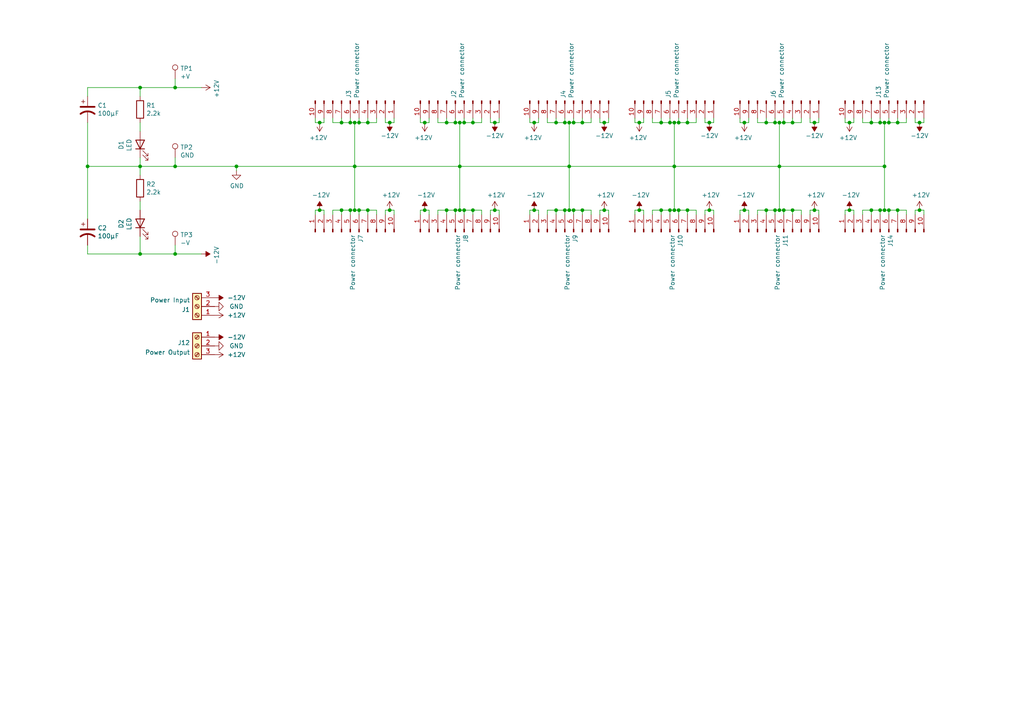
<source format=kicad_sch>
(kicad_sch (version 20230121) (generator eeschema)

  (uuid e63e39d7-6ac0-4ffd-8aa3-1841a4541b55)

  (paper "A4")

  (title_block
    (title "Eurorack Power Distribution board")
    (date "2023-09-23")
    (rev "1.0")
    (company "Bleep Sound")
  )

  (lib_symbols
    (symbol "Connector:Conn_01x10_Male" (pin_names (offset 1.016) hide) (in_bom yes) (on_board yes)
      (property "Reference" "J" (at 0 12.7 0)
        (effects (font (size 1.27 1.27)))
      )
      (property "Value" "Conn_01x10_Male" (at 0 -15.24 0)
        (effects (font (size 1.27 1.27)))
      )
      (property "Footprint" "" (at 0 0 0)
        (effects (font (size 1.27 1.27)) hide)
      )
      (property "Datasheet" "~" (at 0 0 0)
        (effects (font (size 1.27 1.27)) hide)
      )
      (property "ki_keywords" "connector" (at 0 0 0)
        (effects (font (size 1.27 1.27)) hide)
      )
      (property "ki_description" "Generic connector, single row, 01x10, script generated (kicad-library-utils/schlib/autogen/connector/)" (at 0 0 0)
        (effects (font (size 1.27 1.27)) hide)
      )
      (property "ki_fp_filters" "Connector*:*_1x??_*" (at 0 0 0)
        (effects (font (size 1.27 1.27)) hide)
      )
      (symbol "Conn_01x10_Male_1_1"
        (polyline
          (pts
            (xy 1.27 -12.7)
            (xy 0.8636 -12.7)
          )
          (stroke (width 0.1524) (type default))
          (fill (type none))
        )
        (polyline
          (pts
            (xy 1.27 -10.16)
            (xy 0.8636 -10.16)
          )
          (stroke (width 0.1524) (type default))
          (fill (type none))
        )
        (polyline
          (pts
            (xy 1.27 -7.62)
            (xy 0.8636 -7.62)
          )
          (stroke (width 0.1524) (type default))
          (fill (type none))
        )
        (polyline
          (pts
            (xy 1.27 -5.08)
            (xy 0.8636 -5.08)
          )
          (stroke (width 0.1524) (type default))
          (fill (type none))
        )
        (polyline
          (pts
            (xy 1.27 -2.54)
            (xy 0.8636 -2.54)
          )
          (stroke (width 0.1524) (type default))
          (fill (type none))
        )
        (polyline
          (pts
            (xy 1.27 0)
            (xy 0.8636 0)
          )
          (stroke (width 0.1524) (type default))
          (fill (type none))
        )
        (polyline
          (pts
            (xy 1.27 2.54)
            (xy 0.8636 2.54)
          )
          (stroke (width 0.1524) (type default))
          (fill (type none))
        )
        (polyline
          (pts
            (xy 1.27 5.08)
            (xy 0.8636 5.08)
          )
          (stroke (width 0.1524) (type default))
          (fill (type none))
        )
        (polyline
          (pts
            (xy 1.27 7.62)
            (xy 0.8636 7.62)
          )
          (stroke (width 0.1524) (type default))
          (fill (type none))
        )
        (polyline
          (pts
            (xy 1.27 10.16)
            (xy 0.8636 10.16)
          )
          (stroke (width 0.1524) (type default))
          (fill (type none))
        )
        (rectangle (start 0.8636 -12.573) (end 0 -12.827)
          (stroke (width 0.1524) (type default))
          (fill (type outline))
        )
        (rectangle (start 0.8636 -10.033) (end 0 -10.287)
          (stroke (width 0.1524) (type default))
          (fill (type outline))
        )
        (rectangle (start 0.8636 -7.493) (end 0 -7.747)
          (stroke (width 0.1524) (type default))
          (fill (type outline))
        )
        (rectangle (start 0.8636 -4.953) (end 0 -5.207)
          (stroke (width 0.1524) (type default))
          (fill (type outline))
        )
        (rectangle (start 0.8636 -2.413) (end 0 -2.667)
          (stroke (width 0.1524) (type default))
          (fill (type outline))
        )
        (rectangle (start 0.8636 0.127) (end 0 -0.127)
          (stroke (width 0.1524) (type default))
          (fill (type outline))
        )
        (rectangle (start 0.8636 2.667) (end 0 2.413)
          (stroke (width 0.1524) (type default))
          (fill (type outline))
        )
        (rectangle (start 0.8636 5.207) (end 0 4.953)
          (stroke (width 0.1524) (type default))
          (fill (type outline))
        )
        (rectangle (start 0.8636 7.747) (end 0 7.493)
          (stroke (width 0.1524) (type default))
          (fill (type outline))
        )
        (rectangle (start 0.8636 10.287) (end 0 10.033)
          (stroke (width 0.1524) (type default))
          (fill (type outline))
        )
        (pin passive line (at 5.08 10.16 180) (length 3.81)
          (name "Pin_1" (effects (font (size 1.27 1.27))))
          (number "1" (effects (font (size 1.27 1.27))))
        )
        (pin passive line (at 5.08 -12.7 180) (length 3.81)
          (name "Pin_10" (effects (font (size 1.27 1.27))))
          (number "10" (effects (font (size 1.27 1.27))))
        )
        (pin passive line (at 5.08 7.62 180) (length 3.81)
          (name "Pin_2" (effects (font (size 1.27 1.27))))
          (number "2" (effects (font (size 1.27 1.27))))
        )
        (pin passive line (at 5.08 5.08 180) (length 3.81)
          (name "Pin_3" (effects (font (size 1.27 1.27))))
          (number "3" (effects (font (size 1.27 1.27))))
        )
        (pin passive line (at 5.08 2.54 180) (length 3.81)
          (name "Pin_4" (effects (font (size 1.27 1.27))))
          (number "4" (effects (font (size 1.27 1.27))))
        )
        (pin passive line (at 5.08 0 180) (length 3.81)
          (name "Pin_5" (effects (font (size 1.27 1.27))))
          (number "5" (effects (font (size 1.27 1.27))))
        )
        (pin passive line (at 5.08 -2.54 180) (length 3.81)
          (name "Pin_6" (effects (font (size 1.27 1.27))))
          (number "6" (effects (font (size 1.27 1.27))))
        )
        (pin passive line (at 5.08 -5.08 180) (length 3.81)
          (name "Pin_7" (effects (font (size 1.27 1.27))))
          (number "7" (effects (font (size 1.27 1.27))))
        )
        (pin passive line (at 5.08 -7.62 180) (length 3.81)
          (name "Pin_8" (effects (font (size 1.27 1.27))))
          (number "8" (effects (font (size 1.27 1.27))))
        )
        (pin passive line (at 5.08 -10.16 180) (length 3.81)
          (name "Pin_9" (effects (font (size 1.27 1.27))))
          (number "9" (effects (font (size 1.27 1.27))))
        )
      )
    )
    (symbol "Connector:Screw_Terminal_01x03" (pin_names (offset 1.016) hide) (in_bom yes) (on_board yes)
      (property "Reference" "J" (at 0 5.08 0)
        (effects (font (size 1.27 1.27)))
      )
      (property "Value" "Screw_Terminal_01x03" (at 0 -5.08 0)
        (effects (font (size 1.27 1.27)))
      )
      (property "Footprint" "" (at 0 0 0)
        (effects (font (size 1.27 1.27)) hide)
      )
      (property "Datasheet" "~" (at 0 0 0)
        (effects (font (size 1.27 1.27)) hide)
      )
      (property "ki_keywords" "screw terminal" (at 0 0 0)
        (effects (font (size 1.27 1.27)) hide)
      )
      (property "ki_description" "Generic screw terminal, single row, 01x03, script generated (kicad-library-utils/schlib/autogen/connector/)" (at 0 0 0)
        (effects (font (size 1.27 1.27)) hide)
      )
      (property "ki_fp_filters" "TerminalBlock*:*" (at 0 0 0)
        (effects (font (size 1.27 1.27)) hide)
      )
      (symbol "Screw_Terminal_01x03_1_1"
        (rectangle (start -1.27 3.81) (end 1.27 -3.81)
          (stroke (width 0.254) (type default))
          (fill (type background))
        )
        (circle (center 0 -2.54) (radius 0.635)
          (stroke (width 0.1524) (type default))
          (fill (type none))
        )
        (polyline
          (pts
            (xy -0.5334 -2.2098)
            (xy 0.3302 -3.048)
          )
          (stroke (width 0.1524) (type default))
          (fill (type none))
        )
        (polyline
          (pts
            (xy -0.5334 0.3302)
            (xy 0.3302 -0.508)
          )
          (stroke (width 0.1524) (type default))
          (fill (type none))
        )
        (polyline
          (pts
            (xy -0.5334 2.8702)
            (xy 0.3302 2.032)
          )
          (stroke (width 0.1524) (type default))
          (fill (type none))
        )
        (polyline
          (pts
            (xy -0.3556 -2.032)
            (xy 0.508 -2.8702)
          )
          (stroke (width 0.1524) (type default))
          (fill (type none))
        )
        (polyline
          (pts
            (xy -0.3556 0.508)
            (xy 0.508 -0.3302)
          )
          (stroke (width 0.1524) (type default))
          (fill (type none))
        )
        (polyline
          (pts
            (xy -0.3556 3.048)
            (xy 0.508 2.2098)
          )
          (stroke (width 0.1524) (type default))
          (fill (type none))
        )
        (circle (center 0 0) (radius 0.635)
          (stroke (width 0.1524) (type default))
          (fill (type none))
        )
        (circle (center 0 2.54) (radius 0.635)
          (stroke (width 0.1524) (type default))
          (fill (type none))
        )
        (pin passive line (at -5.08 2.54 0) (length 3.81)
          (name "Pin_1" (effects (font (size 1.27 1.27))))
          (number "1" (effects (font (size 1.27 1.27))))
        )
        (pin passive line (at -5.08 0 0) (length 3.81)
          (name "Pin_2" (effects (font (size 1.27 1.27))))
          (number "2" (effects (font (size 1.27 1.27))))
        )
        (pin passive line (at -5.08 -2.54 0) (length 3.81)
          (name "Pin_3" (effects (font (size 1.27 1.27))))
          (number "3" (effects (font (size 1.27 1.27))))
        )
      )
    )
    (symbol "Connector:TestPoint" (pin_numbers hide) (pin_names (offset 0.762) hide) (in_bom yes) (on_board yes)
      (property "Reference" "TP" (at 0 6.858 0)
        (effects (font (size 1.27 1.27)))
      )
      (property "Value" "TestPoint" (at 0 5.08 0)
        (effects (font (size 1.27 1.27)))
      )
      (property "Footprint" "" (at 5.08 0 0)
        (effects (font (size 1.27 1.27)) hide)
      )
      (property "Datasheet" "~" (at 5.08 0 0)
        (effects (font (size 1.27 1.27)) hide)
      )
      (property "ki_keywords" "test point tp" (at 0 0 0)
        (effects (font (size 1.27 1.27)) hide)
      )
      (property "ki_description" "test point" (at 0 0 0)
        (effects (font (size 1.27 1.27)) hide)
      )
      (property "ki_fp_filters" "Pin* Test*" (at 0 0 0)
        (effects (font (size 1.27 1.27)) hide)
      )
      (symbol "TestPoint_0_1"
        (circle (center 0 3.302) (radius 0.762)
          (stroke (width 0) (type default))
          (fill (type none))
        )
      )
      (symbol "TestPoint_1_1"
        (pin passive line (at 0 0 90) (length 2.54)
          (name "1" (effects (font (size 1.27 1.27))))
          (number "1" (effects (font (size 1.27 1.27))))
        )
      )
    )
    (symbol "Device:CP1" (pin_numbers hide) (pin_names (offset 0.254) hide) (in_bom yes) (on_board yes)
      (property "Reference" "C" (at 0.635 2.54 0)
        (effects (font (size 1.27 1.27)) (justify left))
      )
      (property "Value" "Device_CP1" (at 0.635 -2.54 0)
        (effects (font (size 1.27 1.27)) (justify left))
      )
      (property "Footprint" "" (at 0 0 0)
        (effects (font (size 1.27 1.27)) hide)
      )
      (property "Datasheet" "" (at 0 0 0)
        (effects (font (size 1.27 1.27)) hide)
      )
      (property "ki_fp_filters" "CP_*" (at 0 0 0)
        (effects (font (size 1.27 1.27)) hide)
      )
      (symbol "CP1_0_1"
        (polyline
          (pts
            (xy -2.032 0.762)
            (xy 2.032 0.762)
          )
          (stroke (width 0.508) (type default))
          (fill (type none))
        )
        (polyline
          (pts
            (xy -1.778 2.286)
            (xy -0.762 2.286)
          )
          (stroke (width 0) (type default))
          (fill (type none))
        )
        (polyline
          (pts
            (xy -1.27 1.778)
            (xy -1.27 2.794)
          )
          (stroke (width 0) (type default))
          (fill (type none))
        )
        (arc (start 2.032 -1.27) (mid 0 -0.5572) (end -2.032 -1.27)
          (stroke (width 0.508) (type default))
          (fill (type none))
        )
      )
      (symbol "CP1_1_1"
        (pin passive line (at 0 3.81 270) (length 2.794)
          (name "~" (effects (font (size 1.27 1.27))))
          (number "1" (effects (font (size 1.27 1.27))))
        )
        (pin passive line (at 0 -3.81 90) (length 3.302)
          (name "~" (effects (font (size 1.27 1.27))))
          (number "2" (effects (font (size 1.27 1.27))))
        )
      )
    )
    (symbol "Device:LED" (pin_numbers hide) (pin_names (offset 1.016) hide) (in_bom yes) (on_board yes)
      (property "Reference" "D" (at 0 2.54 0)
        (effects (font (size 1.27 1.27)))
      )
      (property "Value" "LED" (at 0 -2.54 0)
        (effects (font (size 1.27 1.27)))
      )
      (property "Footprint" "" (at 0 0 0)
        (effects (font (size 1.27 1.27)) hide)
      )
      (property "Datasheet" "~" (at 0 0 0)
        (effects (font (size 1.27 1.27)) hide)
      )
      (property "ki_keywords" "LED diode" (at 0 0 0)
        (effects (font (size 1.27 1.27)) hide)
      )
      (property "ki_description" "Light emitting diode" (at 0 0 0)
        (effects (font (size 1.27 1.27)) hide)
      )
      (property "ki_fp_filters" "LED* LED_SMD:* LED_THT:*" (at 0 0 0)
        (effects (font (size 1.27 1.27)) hide)
      )
      (symbol "LED_0_1"
        (polyline
          (pts
            (xy -1.27 -1.27)
            (xy -1.27 1.27)
          )
          (stroke (width 0.254) (type default))
          (fill (type none))
        )
        (polyline
          (pts
            (xy -1.27 0)
            (xy 1.27 0)
          )
          (stroke (width 0) (type default))
          (fill (type none))
        )
        (polyline
          (pts
            (xy 1.27 -1.27)
            (xy 1.27 1.27)
            (xy -1.27 0)
            (xy 1.27 -1.27)
          )
          (stroke (width 0.254) (type default))
          (fill (type none))
        )
        (polyline
          (pts
            (xy -3.048 -0.762)
            (xy -4.572 -2.286)
            (xy -3.81 -2.286)
            (xy -4.572 -2.286)
            (xy -4.572 -1.524)
          )
          (stroke (width 0) (type default))
          (fill (type none))
        )
        (polyline
          (pts
            (xy -1.778 -0.762)
            (xy -3.302 -2.286)
            (xy -2.54 -2.286)
            (xy -3.302 -2.286)
            (xy -3.302 -1.524)
          )
          (stroke (width 0) (type default))
          (fill (type none))
        )
      )
      (symbol "LED_1_1"
        (pin passive line (at -3.81 0 0) (length 2.54)
          (name "K" (effects (font (size 1.27 1.27))))
          (number "1" (effects (font (size 1.27 1.27))))
        )
        (pin passive line (at 3.81 0 180) (length 2.54)
          (name "A" (effects (font (size 1.27 1.27))))
          (number "2" (effects (font (size 1.27 1.27))))
        )
      )
    )
    (symbol "Device:R" (pin_numbers hide) (pin_names (offset 0)) (in_bom yes) (on_board yes)
      (property "Reference" "R" (at 2.032 0 90)
        (effects (font (size 1.27 1.27)))
      )
      (property "Value" "R" (at 0 0 90)
        (effects (font (size 1.27 1.27)))
      )
      (property "Footprint" "" (at -1.778 0 90)
        (effects (font (size 1.27 1.27)) hide)
      )
      (property "Datasheet" "~" (at 0 0 0)
        (effects (font (size 1.27 1.27)) hide)
      )
      (property "ki_keywords" "R res resistor" (at 0 0 0)
        (effects (font (size 1.27 1.27)) hide)
      )
      (property "ki_description" "Resistor" (at 0 0 0)
        (effects (font (size 1.27 1.27)) hide)
      )
      (property "ki_fp_filters" "R_*" (at 0 0 0)
        (effects (font (size 1.27 1.27)) hide)
      )
      (symbol "R_0_1"
        (rectangle (start -1.016 -2.54) (end 1.016 2.54)
          (stroke (width 0.254) (type default))
          (fill (type none))
        )
      )
      (symbol "R_1_1"
        (pin passive line (at 0 3.81 270) (length 1.27)
          (name "~" (effects (font (size 1.27 1.27))))
          (number "1" (effects (font (size 1.27 1.27))))
        )
        (pin passive line (at 0 -3.81 90) (length 1.27)
          (name "~" (effects (font (size 1.27 1.27))))
          (number "2" (effects (font (size 1.27 1.27))))
        )
      )
    )
    (symbol "power:+12V" (power) (pin_names (offset 0)) (in_bom yes) (on_board yes)
      (property "Reference" "#PWR" (at 0 -3.81 0)
        (effects (font (size 1.27 1.27)) hide)
      )
      (property "Value" "+12V" (at 0 3.556 0)
        (effects (font (size 1.27 1.27)))
      )
      (property "Footprint" "" (at 0 0 0)
        (effects (font (size 1.27 1.27)) hide)
      )
      (property "Datasheet" "" (at 0 0 0)
        (effects (font (size 1.27 1.27)) hide)
      )
      (property "ki_keywords" "power-flag" (at 0 0 0)
        (effects (font (size 1.27 1.27)) hide)
      )
      (property "ki_description" "Power symbol creates a global label with name \"+12V\"" (at 0 0 0)
        (effects (font (size 1.27 1.27)) hide)
      )
      (symbol "+12V_0_1"
        (polyline
          (pts
            (xy -0.762 1.27)
            (xy 0 2.54)
          )
          (stroke (width 0) (type default))
          (fill (type none))
        )
        (polyline
          (pts
            (xy 0 0)
            (xy 0 2.54)
          )
          (stroke (width 0) (type default))
          (fill (type none))
        )
        (polyline
          (pts
            (xy 0 2.54)
            (xy 0.762 1.27)
          )
          (stroke (width 0) (type default))
          (fill (type none))
        )
      )
      (symbol "+12V_1_1"
        (pin power_in line (at 0 0 90) (length 0) hide
          (name "+12V" (effects (font (size 1.27 1.27))))
          (number "1" (effects (font (size 1.27 1.27))))
        )
      )
    )
    (symbol "power:-12V" (power) (pin_names (offset 0)) (in_bom yes) (on_board yes)
      (property "Reference" "#PWR" (at 0 2.54 0)
        (effects (font (size 1.27 1.27)) hide)
      )
      (property "Value" "-12V" (at 0 3.81 0)
        (effects (font (size 1.27 1.27)))
      )
      (property "Footprint" "" (at 0 0 0)
        (effects (font (size 1.27 1.27)) hide)
      )
      (property "Datasheet" "" (at 0 0 0)
        (effects (font (size 1.27 1.27)) hide)
      )
      (property "ki_keywords" "power-flag" (at 0 0 0)
        (effects (font (size 1.27 1.27)) hide)
      )
      (property "ki_description" "Power symbol creates a global label with name \"-12V\"" (at 0 0 0)
        (effects (font (size 1.27 1.27)) hide)
      )
      (symbol "-12V_0_0"
        (pin power_in line (at 0 0 90) (length 0) hide
          (name "-12V" (effects (font (size 1.27 1.27))))
          (number "1" (effects (font (size 1.27 1.27))))
        )
      )
      (symbol "-12V_0_1"
        (polyline
          (pts
            (xy 0 0)
            (xy 0 1.27)
            (xy 0.762 1.27)
            (xy 0 2.54)
            (xy -0.762 1.27)
            (xy 0 1.27)
          )
          (stroke (width 0) (type default))
          (fill (type outline))
        )
      )
    )
    (symbol "power:GND" (power) (pin_names (offset 0)) (in_bom yes) (on_board yes)
      (property "Reference" "#PWR" (at 0 -6.35 0)
        (effects (font (size 1.27 1.27)) hide)
      )
      (property "Value" "GND" (at 0 -3.81 0)
        (effects (font (size 1.27 1.27)))
      )
      (property "Footprint" "" (at 0 0 0)
        (effects (font (size 1.27 1.27)) hide)
      )
      (property "Datasheet" "" (at 0 0 0)
        (effects (font (size 1.27 1.27)) hide)
      )
      (property "ki_keywords" "power-flag" (at 0 0 0)
        (effects (font (size 1.27 1.27)) hide)
      )
      (property "ki_description" "Power symbol creates a global label with name \"GND\" , ground" (at 0 0 0)
        (effects (font (size 1.27 1.27)) hide)
      )
      (symbol "GND_0_1"
        (polyline
          (pts
            (xy 0 0)
            (xy 0 -1.27)
            (xy 1.27 -1.27)
            (xy 0 -2.54)
            (xy -1.27 -1.27)
            (xy 0 -1.27)
          )
          (stroke (width 0) (type default))
          (fill (type none))
        )
      )
      (symbol "GND_1_1"
        (pin power_in line (at 0 0 270) (length 0) hide
          (name "GND" (effects (font (size 1.27 1.27))))
          (number "1" (effects (font (size 1.27 1.27))))
        )
      )
    )
  )

  (junction (at 227.33 60.96) (diameter 0) (color 0 0 0 0)
    (uuid 029d749e-2289-4769-a0ce-e768bbda0cd0)
  )
  (junction (at 205.74 60.96) (diameter 0) (color 0 0 0 0)
    (uuid 0325ec43-0390-4ae2-b055-b1ec6ce17b1c)
  )
  (junction (at 129.54 60.96) (diameter 0) (color 0 0 0 0)
    (uuid 03c52831-5dc5-43c5-a442-8d23643b46fb)
  )
  (junction (at 222.25 35.56) (diameter 0) (color 0 0 0 0)
    (uuid 06bccb0b-2f4b-4092-834b-3871294199da)
  )
  (junction (at 101.6 60.96) (diameter 0) (color 0 0 0 0)
    (uuid 0dcdf1b8-13c6-48b4-bd94-5d26038ff231)
  )
  (junction (at 68.58 48.26) (diameter 0) (color 0 0 0 0)
    (uuid 0fc235b4-b62f-42b7-b619-ef715dfca745)
  )
  (junction (at 199.39 60.96) (diameter 0) (color 0 0 0 0)
    (uuid 101ef598-601d-400e-9ef6-d655fbb1dbfa)
  )
  (junction (at 106.68 60.96) (diameter 0) (color 0 0 0 0)
    (uuid 13475e15-f37c-4de8-857e-1722b0c39513)
  )
  (junction (at 161.29 60.96) (diameter 0) (color 0 0 0 0)
    (uuid 13c0ff76-ed71-4cd9-abb0-92c376825d5d)
  )
  (junction (at 199.39 35.56) (diameter 0) (color 0 0 0 0)
    (uuid 14c51520-6d91-4098-a59a-5121f2a898f7)
  )
  (junction (at 129.54 35.56) (diameter 0) (color 0 0 0 0)
    (uuid 181abe7a-f941-42b6-bd46-aaa3131f90fb)
  )
  (junction (at 123.19 35.56) (diameter 0) (color 0 0 0 0)
    (uuid 240e07e1-770b-4b27-894f-29fd601c924d)
  )
  (junction (at 50.8 25.4) (diameter 0) (color 0 0 0 0)
    (uuid 2bf3f24b-fd30-41a7-a274-9b519491916b)
  )
  (junction (at 113.03 35.56) (diameter 0) (color 0 0 0 0)
    (uuid 2e642b3e-a476-4c54-9a52-dcea955640cd)
  )
  (junction (at 133.35 48.26) (diameter 0) (color 0 0 0 0)
    (uuid 32dc9d76-8d2a-42a5-a31c-4925e397c8a8)
  )
  (junction (at 106.68 35.56) (diameter 0) (color 0 0 0 0)
    (uuid 38f2d955-ea7a-4a21-aba6-02ae23f1bd4a)
  )
  (junction (at 191.77 60.96) (diameter 0) (color 0 0 0 0)
    (uuid 3a52f112-cb97-43db-aaeb-20afe27664d7)
  )
  (junction (at 133.35 35.56) (diameter 0) (color 0 0 0 0)
    (uuid 3aaee4c4-dbf7-49a5-a620-9465d8cc3ae7)
  )
  (junction (at 143.51 60.96) (diameter 0) (color 0 0 0 0)
    (uuid 3e903008-0276-4a73-8edb-5d9dfde6297c)
  )
  (junction (at 163.83 35.56) (diameter 0) (color 0 0 0 0)
    (uuid 40976bf0-19de-460f-ad64-224d4f51e16b)
  )
  (junction (at 246.38 35.56) (diameter 0) (color 0 0 0 0)
    (uuid 40e6eefd-b395-4662-a115-4fcfed06e457)
  )
  (junction (at 196.85 35.56) (diameter 0) (color 0 0 0 0)
    (uuid 477311b9-8f81-40c8-9c55-fd87e287247a)
  )
  (junction (at 99.06 60.96) (diameter 0) (color 0 0 0 0)
    (uuid 51c4dc0a-5b9f-4edf-a83f-4a12881e42ef)
  )
  (junction (at 252.73 60.96) (diameter 0) (color 0 0 0 0)
    (uuid 54c7da39-9d24-4591-865a-f2d353db047f)
  )
  (junction (at 40.64 25.4) (diameter 0) (color 0 0 0 0)
    (uuid 5740c959-93d8-47fd-8f68-62f0109e753d)
  )
  (junction (at 154.94 60.96) (diameter 0) (color 0 0 0 0)
    (uuid 5bcace5d-edd0-4e19-92d0-835e43cf8eb2)
  )
  (junction (at 252.73 35.56) (diameter 0) (color 0 0 0 0)
    (uuid 5dc8f0ea-5570-49ff-8a54-4133786677c5)
  )
  (junction (at 165.1 35.56) (diameter 0) (color 0 0 0 0)
    (uuid 60dcd1fe-7079-4cb8-b509-04558ccf5097)
  )
  (junction (at 224.79 35.56) (diameter 0) (color 0 0 0 0)
    (uuid 665ff082-de8d-4434-bdea-5354e7d0b15e)
  )
  (junction (at 102.87 48.26) (diameter 0) (color 0 0 0 0)
    (uuid 674848fe-44e1-4d69-baa8-b7e6d0ba869a)
  )
  (junction (at 194.31 35.56) (diameter 0) (color 0 0 0 0)
    (uuid 67763d19-f622-4e1e-81e5-5b24da7c3f99)
  )
  (junction (at 102.87 35.56) (diameter 0) (color 0 0 0 0)
    (uuid 67f6e996-3c99-493c-8f6f-e739e2ed5d7a)
  )
  (junction (at 99.06 35.56) (diameter 0) (color 0 0 0 0)
    (uuid 6a780180-586a-4241-a52d-dc7a5ffcc966)
  )
  (junction (at 255.27 60.96) (diameter 0) (color 0 0 0 0)
    (uuid 6aa00ba4-b5b8-4b4a-af07-4c221b5e08bf)
  )
  (junction (at 255.27 35.56) (diameter 0) (color 0 0 0 0)
    (uuid 6ab3ecfd-93c0-4bbd-83e5-d8902bedb128)
  )
  (junction (at 175.26 35.56) (diameter 0) (color 0 0 0 0)
    (uuid 6c67e4f6-9d04-4539-b356-b76e915ce848)
  )
  (junction (at 25.4 48.26) (diameter 0) (color 0 0 0 0)
    (uuid 6ca3c38c-4e71-4202-b6c1-1b25f04a27ae)
  )
  (junction (at 246.38 60.96) (diameter 0) (color 0 0 0 0)
    (uuid 6d0270d9-5ce0-4bb0-bc7a-3664f493e2ec)
  )
  (junction (at 132.08 35.56) (diameter 0) (color 0 0 0 0)
    (uuid 704d6d51-bb34-4cbf-83d8-841e208048d8)
  )
  (junction (at 165.1 48.26) (diameter 0) (color 0 0 0 0)
    (uuid 713490c4-50b3-49fa-b5fa-e84a027fd73f)
  )
  (junction (at 137.16 35.56) (diameter 0) (color 0 0 0 0)
    (uuid 716e31c5-485f-40b5-88e3-a75900da9811)
  )
  (junction (at 205.74 35.56) (diameter 0) (color 0 0 0 0)
    (uuid 721d1be9-236e-470b-ba69-f1cc6c43faf9)
  )
  (junction (at 50.8 73.66) (diameter 0) (color 0 0 0 0)
    (uuid 7447a6e7-8205-46ba-afca-d0fa8f90c95a)
  )
  (junction (at 227.33 35.56) (diameter 0) (color 0 0 0 0)
    (uuid 748d63ca-ef14-4e90-85ec-56619f2bea16)
  )
  (junction (at 113.03 60.96) (diameter 0) (color 0 0 0 0)
    (uuid 749dfe75-c0d6-4872-9330-29c5bbcb8ff8)
  )
  (junction (at 92.71 60.96) (diameter 0) (color 0 0 0 0)
    (uuid 77ed3941-d133-4aef-a9af-5a39322d14eb)
  )
  (junction (at 256.54 48.26) (diameter 0) (color 0 0 0 0)
    (uuid 798aa277-e1f6-473b-b310-02e616fd271a)
  )
  (junction (at 143.51 35.56) (diameter 0) (color 0 0 0 0)
    (uuid 7d34f6b1-ab31-49be-b011-c67fe67a8a56)
  )
  (junction (at 195.58 35.56) (diameter 0) (color 0 0 0 0)
    (uuid 814763c2-92e5-4a2c-941c-9bbd073f6e87)
  )
  (junction (at 195.58 60.96) (diameter 0) (color 0 0 0 0)
    (uuid 82be7aae-5d06-4178-8c3e-98760c41b054)
  )
  (junction (at 226.06 48.26) (diameter 0) (color 0 0 0 0)
    (uuid 836c1b72-6495-4f81-a125-58f0f7d787c2)
  )
  (junction (at 165.1 60.96) (diameter 0) (color 0 0 0 0)
    (uuid 85b7594c-358f-454b-b2ad-dd0b1d67ed76)
  )
  (junction (at 195.58 48.26) (diameter 0) (color 0 0 0 0)
    (uuid 85d68800-ca9c-44bc-ab02-a60d91cc5e85)
  )
  (junction (at 260.35 60.96) (diameter 0) (color 0 0 0 0)
    (uuid 8a0f736d-289d-4454-9e63-892d1cc407d1)
  )
  (junction (at 185.42 60.96) (diameter 0) (color 0 0 0 0)
    (uuid 8c0807a7-765b-4fa5-baaa-e09a2b610e6b)
  )
  (junction (at 257.81 60.96) (diameter 0) (color 0 0 0 0)
    (uuid 904fd801-db2d-474f-9b40-f0457cea1f92)
  )
  (junction (at 226.06 60.96) (diameter 0) (color 0 0 0 0)
    (uuid 9110f47f-a990-4603-9888-a44e93a8108c)
  )
  (junction (at 168.91 60.96) (diameter 0) (color 0 0 0 0)
    (uuid 911bdcbe-493f-4e21-a506-7cbc636e2c17)
  )
  (junction (at 132.08 60.96) (diameter 0) (color 0 0 0 0)
    (uuid 94a873dc-af67-4ef9-8159-1f7c93eeb3d7)
  )
  (junction (at 133.35 60.96) (diameter 0) (color 0 0 0 0)
    (uuid 97fe9c60-586f-4895-8504-4d3729f5f81a)
  )
  (junction (at 226.06 35.56) (diameter 0) (color 0 0 0 0)
    (uuid 98155800-78e7-48e2-b416-a5948d22b132)
  )
  (junction (at 194.31 60.96) (diameter 0) (color 0 0 0 0)
    (uuid 98c78427-acd5-4f90-9ad6-9f61c4809aec)
  )
  (junction (at 257.81 35.56) (diameter 0) (color 0 0 0 0)
    (uuid 994e3ba8-75df-47b9-b976-1fe7d94abcba)
  )
  (junction (at 134.62 60.96) (diameter 0) (color 0 0 0 0)
    (uuid 9bb20359-0f8b-45bc-9d38-6626ed3a939d)
  )
  (junction (at 236.22 35.56) (diameter 0) (color 0 0 0 0)
    (uuid 9c162611-d326-45c2-97a0-d5c1a6e19742)
  )
  (junction (at 102.87 60.96) (diameter 0) (color 0 0 0 0)
    (uuid a05d7640-f2f6-4ba7-8c51-5a4af431fc13)
  )
  (junction (at 256.54 35.56) (diameter 0) (color 0 0 0 0)
    (uuid a47b6923-1df1-4dc8-9396-79693250d94f)
  )
  (junction (at 40.64 48.26) (diameter 0) (color 0 0 0 0)
    (uuid a501555e-bbc7-4b58-ad89-28a0cd3dd6d0)
  )
  (junction (at 196.85 60.96) (diameter 0) (color 0 0 0 0)
    (uuid a8447faf-e0a0-4c4a-ae53-4d4b28669151)
  )
  (junction (at 229.87 60.96) (diameter 0) (color 0 0 0 0)
    (uuid a899f147-0456-4c4c-a26b-178ed678750a)
  )
  (junction (at 185.42 35.56) (diameter 0) (color 0 0 0 0)
    (uuid b0906e10-2fbc-4309-a8b4-6fc4cd1a5490)
  )
  (junction (at 229.87 35.56) (diameter 0) (color 0 0 0 0)
    (uuid b11ebd64-c9c7-457c-8a22-c5fed71aadd1)
  )
  (junction (at 260.35 35.56) (diameter 0) (color 0 0 0 0)
    (uuid b6890154-2cb3-4239-8d64-82f4ee2711fc)
  )
  (junction (at 166.37 60.96) (diameter 0) (color 0 0 0 0)
    (uuid b96fe6ac-3535-4455-ab88-ed77f5e46d6e)
  )
  (junction (at 215.9 60.96) (diameter 0) (color 0 0 0 0)
    (uuid bad86c5b-550c-459d-ae24-5ea963bd342c)
  )
  (junction (at 123.19 60.96) (diameter 0) (color 0 0 0 0)
    (uuid bd5408e4-362d-4e43-9d39-78fb99eb52c8)
  )
  (junction (at 101.6 35.56) (diameter 0) (color 0 0 0 0)
    (uuid c201e1b2-fc01-4110-bdaa-a33290468c83)
  )
  (junction (at 266.7 60.96) (diameter 0) (color 0 0 0 0)
    (uuid c5c2576b-cbd2-4e39-b534-3a94917b42ac)
  )
  (junction (at 175.26 60.96) (diameter 0) (color 0 0 0 0)
    (uuid c7e7067c-5f5e-48d8-ab59-df26f9b35863)
  )
  (junction (at 168.91 35.56) (diameter 0) (color 0 0 0 0)
    (uuid c830e3bc-dc64-4f65-8f47-3b106bae2807)
  )
  (junction (at 161.29 35.56) (diameter 0) (color 0 0 0 0)
    (uuid c8c79177-94d4-43e2-a654-f0a5554fbb68)
  )
  (junction (at 191.77 35.56) (diameter 0) (color 0 0 0 0)
    (uuid ca5a4651-0d1d-441b-b17d-01518ef3b656)
  )
  (junction (at 236.22 60.96) (diameter 0) (color 0 0 0 0)
    (uuid d2711918-afcc-4a2b-9377-d1e27a7930b4)
  )
  (junction (at 166.37 35.56) (diameter 0) (color 0 0 0 0)
    (uuid d5641ac9-9be7-46bf-90b3-6c83d852b5ba)
  )
  (junction (at 163.83 60.96) (diameter 0) (color 0 0 0 0)
    (uuid df32840e-2912-4088-b54c-9a85f64c0265)
  )
  (junction (at 266.7 35.56) (diameter 0) (color 0 0 0 0)
    (uuid df8cdbf5-9dea-42ab-86f0-f67355adac81)
  )
  (junction (at 224.79 60.96) (diameter 0) (color 0 0 0 0)
    (uuid e0a5752b-7977-4fe6-89e3-7b0cd68f3242)
  )
  (junction (at 104.14 35.56) (diameter 0) (color 0 0 0 0)
    (uuid e12e827e-36be-4503-8eef-6fc7e8bc5d49)
  )
  (junction (at 154.94 35.56) (diameter 0) (color 0 0 0 0)
    (uuid e4c6fdbb-fdc7-4ad4-a516-240d84cdc120)
  )
  (junction (at 137.16 60.96) (diameter 0) (color 0 0 0 0)
    (uuid e857610b-4434-4144-b04e-43c1ebdc5ceb)
  )
  (junction (at 222.25 60.96) (diameter 0) (color 0 0 0 0)
    (uuid ea31f51c-3f0e-4e37-9fd4-9e1b1b7d7784)
  )
  (junction (at 256.54 60.96) (diameter 0) (color 0 0 0 0)
    (uuid edd9b903-2b02-417a-a019-2555d0c7ec22)
  )
  (junction (at 50.8 48.26) (diameter 0) (color 0 0 0 0)
    (uuid ef1b4b98-541b-4673-a04f-2043250fc40a)
  )
  (junction (at 92.71 35.56) (diameter 0) (color 0 0 0 0)
    (uuid f1830a1b-f0cc-47ae-a2c9-679c82032f14)
  )
  (junction (at 215.9 35.56) (diameter 0) (color 0 0 0 0)
    (uuid f603df29-ba7f-4366-8b24-7592d4086934)
  )
  (junction (at 134.62 35.56) (diameter 0) (color 0 0 0 0)
    (uuid f71da641-16e6-4257-80c3-0b9d804fee4f)
  )
  (junction (at 104.14 60.96) (diameter 0) (color 0 0 0 0)
    (uuid f976e2cc-36f9-4479-a816-2c74d1d5da6f)
  )
  (junction (at 40.64 73.66) (diameter 0) (color 0 0 0 0)
    (uuid f9865a9f-edb8-49c7-828f-4896e1f3047a)
  )

  (wire (pts (xy 226.06 48.26) (xy 256.54 48.26))
    (stroke (width 0) (type default))
    (uuid 00551a56-c5b5-400e-8278-1aac27fbb293)
  )
  (wire (pts (xy 99.06 34.29) (xy 99.06 35.56))
    (stroke (width 0) (type default))
    (uuid 0088d107-13d8-496c-8da6-7bbeb9d096b0)
  )
  (wire (pts (xy 123.19 60.96) (xy 124.46 60.96))
    (stroke (width 0) (type default))
    (uuid 0217dfc4-fc13-4699-99ad-d9948522648e)
  )
  (wire (pts (xy 184.15 34.29) (xy 184.15 35.56))
    (stroke (width 0) (type default))
    (uuid 0351df45-d042-41d4-ba35-88092c7be2fc)
  )
  (wire (pts (xy 173.99 60.96) (xy 173.99 62.23))
    (stroke (width 0) (type default))
    (uuid 03caada9-9e22-4e2d-9035-b15433dfbb17)
  )
  (wire (pts (xy 99.06 60.96) (xy 96.52 60.96))
    (stroke (width 0) (type default))
    (uuid 03d88a85-11fd-47aa-954c-c318bb15294a)
  )
  (wire (pts (xy 237.49 62.23) (xy 237.49 60.96))
    (stroke (width 0) (type default))
    (uuid 0432af54-cd35-4c3c-88e6-bbc1a7d2c6b4)
  )
  (wire (pts (xy 267.97 62.23) (xy 267.97 60.96))
    (stroke (width 0) (type default))
    (uuid 044a3446-d78a-4290-be6e-398fca3136a3)
  )
  (wire (pts (xy 265.43 35.56) (xy 266.7 35.56))
    (stroke (width 0) (type default))
    (uuid 04e744c5-500d-4e7a-8d71-e569731ac43e)
  )
  (wire (pts (xy 247.65 62.23) (xy 247.65 60.96))
    (stroke (width 0) (type default))
    (uuid 04eb3e70-73ab-4b48-a320-9dd2c4695940)
  )
  (wire (pts (xy 153.67 60.96) (xy 154.94 60.96))
    (stroke (width 0) (type default))
    (uuid 0755aee5-bc01-4cb5-b830-583289df50a3)
  )
  (wire (pts (xy 196.85 35.56) (xy 199.39 35.56))
    (stroke (width 0) (type default))
    (uuid 097edb1b-8998-4e70-b670-bba125982348)
  )
  (wire (pts (xy 204.47 34.29) (xy 204.47 35.56))
    (stroke (width 0) (type default))
    (uuid 099096e4-8c2a-4d84-a16f-06b4b6330e7a)
  )
  (wire (pts (xy 139.7 60.96) (xy 137.16 60.96))
    (stroke (width 0) (type default))
    (uuid 0b21a65d-d20b-411e-920a-75c343ac5136)
  )
  (wire (pts (xy 40.64 48.26) (xy 40.64 50.8))
    (stroke (width 0) (type default))
    (uuid 0c30a4be-5679-499f-8c5b-5f3024f9d6cf)
  )
  (wire (pts (xy 165.1 35.56) (xy 165.1 48.26))
    (stroke (width 0) (type default))
    (uuid 0c3dceba-7c95-4b3d-b590-0eb581444beb)
  )
  (wire (pts (xy 199.39 34.29) (xy 199.39 35.56))
    (stroke (width 0) (type default))
    (uuid 0e1ed1c5-7428-4dc7-b76e-49b2d5f8177d)
  )
  (wire (pts (xy 186.69 35.56) (xy 186.69 34.29))
    (stroke (width 0) (type default))
    (uuid 0e8f7fc0-2ef2-4b90-9c15-8a3a601ee459)
  )
  (wire (pts (xy 129.54 34.29) (xy 129.54 35.56))
    (stroke (width 0) (type default))
    (uuid 0eaa98f0-9565-4637-ace3-42a5231b07f7)
  )
  (wire (pts (xy 142.24 60.96) (xy 142.24 62.23))
    (stroke (width 0) (type default))
    (uuid 0f22151c-f260-4674-b486-4710a2c42a55)
  )
  (wire (pts (xy 96.52 35.56) (xy 99.06 35.56))
    (stroke (width 0) (type default))
    (uuid 0f41a909-27c4-4be2-9d5e-9ae2108c8ff5)
  )
  (wire (pts (xy 226.06 35.56) (xy 226.06 48.26))
    (stroke (width 0) (type default))
    (uuid 0fa241a2-e684-4224-bccf-feed816795b0)
  )
  (wire (pts (xy 171.45 60.96) (xy 168.91 60.96))
    (stroke (width 0) (type default))
    (uuid 0ff508fd-18da-4ab7-9844-3c8a28c2587e)
  )
  (wire (pts (xy 262.89 60.96) (xy 260.35 60.96))
    (stroke (width 0) (type default))
    (uuid 0ffd5fef-abe3-4883-9117-e97644f58db9)
  )
  (wire (pts (xy 68.58 48.26) (xy 102.87 48.26))
    (stroke (width 0) (type default))
    (uuid 11fc0921-bd0d-41a6-b05d-47cd1c2b8813)
  )
  (wire (pts (xy 91.44 60.96) (xy 91.44 62.23))
    (stroke (width 0) (type default))
    (uuid 120a7b0f-ddfd-4447-85c1-35665465acdb)
  )
  (wire (pts (xy 143.51 35.56) (xy 144.78 35.56))
    (stroke (width 0) (type default))
    (uuid 12422a89-3d0c-485c-9386-f77121fd68fd)
  )
  (wire (pts (xy 137.16 35.56) (xy 139.7 35.56))
    (stroke (width 0) (type default))
    (uuid 127679a9-3981-4934-815e-896a4e3ff56e)
  )
  (wire (pts (xy 114.3 35.56) (xy 114.3 34.29))
    (stroke (width 0) (type default))
    (uuid 128e34ce-eee7-477d-b905-a493e98db783)
  )
  (wire (pts (xy 102.87 60.96) (xy 104.14 60.96))
    (stroke (width 0) (type default))
    (uuid 13abf99d-5265-4779-8973-e94370fd18ff)
  )
  (wire (pts (xy 195.58 35.56) (xy 195.58 48.26))
    (stroke (width 0) (type default))
    (uuid 15fe8f3d-6077-4e0e-81d0-8ec3f4538981)
  )
  (wire (pts (xy 154.94 35.56) (xy 156.21 35.56))
    (stroke (width 0) (type default))
    (uuid 16a9ae8c-3ad2-439b-8efe-377c994670c7)
  )
  (wire (pts (xy 165.1 60.96) (xy 166.37 60.96))
    (stroke (width 0) (type default))
    (uuid 16bd6381-8ac0-4bf2-9dce-ecc20c724b8d)
  )
  (wire (pts (xy 144.78 62.23) (xy 144.78 60.96))
    (stroke (width 0) (type default))
    (uuid 1831fb37-1c5d-42c4-b898-151be6fca9dc)
  )
  (wire (pts (xy 142.24 60.96) (xy 143.51 60.96))
    (stroke (width 0) (type default))
    (uuid 1a1ab354-5f85-45f9-938c-9f6c4c8c3ea2)
  )
  (wire (pts (xy 101.6 62.23) (xy 101.6 60.96))
    (stroke (width 0) (type default))
    (uuid 1a2f72d1-0b36-4610-afc4-4ad1660d5d3b)
  )
  (wire (pts (xy 257.81 35.56) (xy 260.35 35.56))
    (stroke (width 0) (type default))
    (uuid 1a3633a5-b00e-49ad-8ec8-3e87b989b669)
  )
  (wire (pts (xy 245.11 35.56) (xy 246.38 35.56))
    (stroke (width 0) (type default))
    (uuid 1a666933-3e88-48f8-9272-2ee3239c2cd8)
  )
  (wire (pts (xy 96.52 34.29) (xy 96.52 35.56))
    (stroke (width 0) (type default))
    (uuid 1b54105e-6590-4d26-a763-ecfcf81eedc4)
  )
  (wire (pts (xy 133.35 35.56) (xy 133.35 48.26))
    (stroke (width 0) (type default))
    (uuid 1bf544e3-5940-4576-9291-2464e95c0ee2)
  )
  (wire (pts (xy 255.27 60.96) (xy 256.54 60.96))
    (stroke (width 0) (type default))
    (uuid 1cd86fb4-f8cd-4039-a7a9-477167cafa67)
  )
  (wire (pts (xy 201.93 60.96) (xy 199.39 60.96))
    (stroke (width 0) (type default))
    (uuid 1e518c2a-4cb7-4599-a1fa-5b9f847da7d3)
  )
  (wire (pts (xy 166.37 34.29) (xy 166.37 35.56))
    (stroke (width 0) (type default))
    (uuid 1e8701fc-ad24-40ea-846a-e3db538d6077)
  )
  (wire (pts (xy 171.45 62.23) (xy 171.45 60.96))
    (stroke (width 0) (type default))
    (uuid 1f3003e6-dce5-420f-906b-3f1e92b67249)
  )
  (wire (pts (xy 252.73 35.56) (xy 255.27 35.56))
    (stroke (width 0) (type default))
    (uuid 20aff302-0f36-4386-a8e1-17a16dba0cce)
  )
  (wire (pts (xy 189.23 34.29) (xy 189.23 35.56))
    (stroke (width 0) (type default))
    (uuid 240e5dac-6242-47a5-bbef-f76d11c715c0)
  )
  (wire (pts (xy 227.33 34.29) (xy 227.33 35.56))
    (stroke (width 0) (type default))
    (uuid 2415f537-fa6d-4c04-bd97-00b9f7ab939d)
  )
  (wire (pts (xy 256.54 60.96) (xy 257.81 60.96))
    (stroke (width 0) (type default))
    (uuid 25a286d0-810a-4823-9085-44aeca5f38ab)
  )
  (wire (pts (xy 168.91 35.56) (xy 171.45 35.56))
    (stroke (width 0) (type default))
    (uuid 25d545dc-8f50-4573-922c-35ef5a2a3a19)
  )
  (wire (pts (xy 247.65 35.56) (xy 247.65 34.29))
    (stroke (width 0) (type default))
    (uuid 25e1f00a-9cd2-4f7d-9d25-adbcdd3bc75b)
  )
  (wire (pts (xy 106.68 60.96) (xy 104.14 60.96))
    (stroke (width 0) (type default))
    (uuid 2732632c-4768-42b6-bf7f-14643424019e)
  )
  (wire (pts (xy 132.08 62.23) (xy 132.08 60.96))
    (stroke (width 0) (type default))
    (uuid 29e78086-2175-405e-9ba3-c48766d2f50c)
  )
  (wire (pts (xy 257.81 34.29) (xy 257.81 35.56))
    (stroke (width 0) (type default))
    (uuid 2b027936-4c7f-40f5-be7c-accf67908485)
  )
  (wire (pts (xy 25.4 63.5) (xy 25.4 48.26))
    (stroke (width 0) (type default))
    (uuid 2bef89de-08c7-4a13-9d85-67948d429ca0)
  )
  (wire (pts (xy 137.16 62.23) (xy 137.16 60.96))
    (stroke (width 0) (type default))
    (uuid 2d210a96-f81f-42a9-8bf4-1b43c11086f3)
  )
  (wire (pts (xy 199.39 35.56) (xy 201.93 35.56))
    (stroke (width 0) (type default))
    (uuid 2d67a417-188f-4014-9282-000265d80009)
  )
  (wire (pts (xy 185.42 60.96) (xy 186.69 60.96))
    (stroke (width 0) (type default))
    (uuid 2e842263-c0ba-46fd-a760-6624d4c78278)
  )
  (wire (pts (xy 40.64 27.94) (xy 40.64 25.4))
    (stroke (width 0) (type default))
    (uuid 2f3deced-880d-4075-a81b-95c62da5b94d)
  )
  (wire (pts (xy 252.73 34.29) (xy 252.73 35.56))
    (stroke (width 0) (type default))
    (uuid 302739ae-59c8-4bec-8f2c-7a0a23ff2b4d)
  )
  (wire (pts (xy 68.58 48.26) (xy 68.58 49.53))
    (stroke (width 0) (type default))
    (uuid 306d58a4-774e-4597-a070-c0199d91c582)
  )
  (wire (pts (xy 111.76 60.96) (xy 111.76 62.23))
    (stroke (width 0) (type default))
    (uuid 3172f2e2-18d2-4a80-ae30-5707b3409798)
  )
  (wire (pts (xy 102.87 35.56) (xy 104.14 35.56))
    (stroke (width 0) (type default))
    (uuid 32667662-ae86-4904-b198-3e95f11851bf)
  )
  (wire (pts (xy 227.33 35.56) (xy 229.87 35.56))
    (stroke (width 0) (type default))
    (uuid 32a2f93b-16df-4770-bc80-527fdb2ae15f)
  )
  (wire (pts (xy 50.8 45.72) (xy 50.8 48.26))
    (stroke (width 0) (type default))
    (uuid 34871042-9d5c-4e29-abdd-a168368c3c22)
  )
  (wire (pts (xy 133.35 48.26) (xy 165.1 48.26))
    (stroke (width 0) (type default))
    (uuid 34910e16-ad52-4ba6-9ca9-c2cf12b20e15)
  )
  (wire (pts (xy 207.01 62.23) (xy 207.01 60.96))
    (stroke (width 0) (type default))
    (uuid 34a74736-156e-4bf3-9200-cd137cfa59da)
  )
  (wire (pts (xy 106.68 34.29) (xy 106.68 35.56))
    (stroke (width 0) (type default))
    (uuid 35354519-a28c-40c4-befd-0943e98dea53)
  )
  (wire (pts (xy 194.31 60.96) (xy 195.58 60.96))
    (stroke (width 0) (type default))
    (uuid 35a9f71f-ba35-47f6-814e-4106ac36c51e)
  )
  (wire (pts (xy 224.79 62.23) (xy 224.79 60.96))
    (stroke (width 0) (type default))
    (uuid 36e55dc7-b8dd-4b75-aa11-1a977430e4af)
  )
  (wire (pts (xy 158.75 60.96) (xy 158.75 62.23))
    (stroke (width 0) (type default))
    (uuid 378af8b4-af3d-46e7-89ae-deff12ca9067)
  )
  (wire (pts (xy 185.42 35.56) (xy 186.69 35.56))
    (stroke (width 0) (type default))
    (uuid 382ca670-6ae8-4de6-90f9-f241d1337171)
  )
  (wire (pts (xy 214.63 60.96) (xy 215.9 60.96))
    (stroke (width 0) (type default))
    (uuid 3ae98a70-72b8-4d72-8f0c-ecef7b1ca6d6)
  )
  (wire (pts (xy 113.03 60.96) (xy 114.3 60.96))
    (stroke (width 0) (type default))
    (uuid 3b838d52-596d-4e4d-a6ac-e4c8e7621137)
  )
  (wire (pts (xy 127 60.96) (xy 127 62.23))
    (stroke (width 0) (type default))
    (uuid 3cd1bda0-18db-417d-b581-a0c50623df68)
  )
  (wire (pts (xy 40.64 38.1) (xy 40.64 35.56))
    (stroke (width 0) (type default))
    (uuid 3cfcbcc7-4f45-46ab-82a8-c414c7972161)
  )
  (wire (pts (xy 232.41 62.23) (xy 232.41 60.96))
    (stroke (width 0) (type default))
    (uuid 3e63fcaa-261d-4d3c-a5b9-9e80616e71a6)
  )
  (wire (pts (xy 255.27 60.96) (xy 252.73 60.96))
    (stroke (width 0) (type default))
    (uuid 3e74afde-43cd-4931-bd03-82ded6ec17e0)
  )
  (wire (pts (xy 92.71 35.56) (xy 93.98 35.56))
    (stroke (width 0) (type default))
    (uuid 3f5fe6b7-98fc-4d3e-9567-f9f7202d1455)
  )
  (wire (pts (xy 214.63 35.56) (xy 215.9 35.56))
    (stroke (width 0) (type default))
    (uuid 3f787304-0f09-428f-9615-a178d53b5ed2)
  )
  (wire (pts (xy 101.6 34.29) (xy 101.6 35.56))
    (stroke (width 0) (type default))
    (uuid 417f13e4-c121-485a-a6b5-8b55e70350b8)
  )
  (wire (pts (xy 191.77 62.23) (xy 191.77 60.96))
    (stroke (width 0) (type default))
    (uuid 41acfe41-fac7-432a-a7a3-946566e2d504)
  )
  (wire (pts (xy 121.92 60.96) (xy 123.19 60.96))
    (stroke (width 0) (type default))
    (uuid 42713045-fffd-4b2d-ae1e-7232d705fb12)
  )
  (wire (pts (xy 50.8 73.66) (xy 50.8 71.12))
    (stroke (width 0) (type default))
    (uuid 4412226e-d975-40a2-921f-502ff4129a95)
  )
  (wire (pts (xy 234.95 35.56) (xy 236.22 35.56))
    (stroke (width 0) (type default))
    (uuid 465b9a35-7fb3-44cf-baad-d436034be791)
  )
  (wire (pts (xy 50.8 25.4) (xy 58.42 25.4))
    (stroke (width 0) (type default))
    (uuid 4831966c-bb32-4bc8-a400-0382a02ffa1c)
  )
  (wire (pts (xy 25.4 35.56) (xy 25.4 48.26))
    (stroke (width 0) (type default))
    (uuid 483f60da-14d7-4f88-8d01-3f9f30784c70)
  )
  (wire (pts (xy 134.62 34.29) (xy 134.62 35.56))
    (stroke (width 0) (type default))
    (uuid 48ab88d7-7084-4d02-b109-3ad55a30bb11)
  )
  (wire (pts (xy 173.99 35.56) (xy 175.26 35.56))
    (stroke (width 0) (type default))
    (uuid 4a21e717-d46d-4d9e-8b98-af4ecb02d3ec)
  )
  (wire (pts (xy 121.92 35.56) (xy 123.19 35.56))
    (stroke (width 0) (type default))
    (uuid 4a4ec8d9-3d72-4952-83d4-808f65849a2b)
  )
  (wire (pts (xy 229.87 62.23) (xy 229.87 60.96))
    (stroke (width 0) (type default))
    (uuid 4b64ce61-cd9f-4068-855a-a918a6209675)
  )
  (wire (pts (xy 132.08 60.96) (xy 129.54 60.96))
    (stroke (width 0) (type default))
    (uuid 4c8eb964-bdf4-44de-90e9-e2ab82dd5313)
  )
  (wire (pts (xy 262.89 62.23) (xy 262.89 60.96))
    (stroke (width 0) (type default))
    (uuid 4d23c26a-eb9a-4a56-b29d-0a9eb152ab61)
  )
  (wire (pts (xy 25.4 27.94) (xy 25.4 25.4))
    (stroke (width 0) (type default))
    (uuid 4d4b0fcd-2c79-4fc3-b5fa-7a0741601344)
  )
  (wire (pts (xy 40.64 25.4) (xy 25.4 25.4))
    (stroke (width 0) (type default))
    (uuid 4d609e7c-74c9-4ae9-a26d-946ff00c167d)
  )
  (wire (pts (xy 215.9 35.56) (xy 217.17 35.56))
    (stroke (width 0) (type default))
    (uuid 4f5c185a-e11b-4d82-a8bc-b9689c9c633b)
  )
  (wire (pts (xy 173.99 60.96) (xy 175.26 60.96))
    (stroke (width 0) (type default))
    (uuid 4fb21471-41be-4be8-9687-66030f97befc)
  )
  (wire (pts (xy 113.03 35.56) (xy 114.3 35.56))
    (stroke (width 0) (type default))
    (uuid 5038e144-5119-49db-b6cf-f7c345f1cf03)
  )
  (wire (pts (xy 265.43 60.96) (xy 265.43 62.23))
    (stroke (width 0) (type default))
    (uuid 53367c4c-d7a6-4682-b114-e988149828f1)
  )
  (wire (pts (xy 50.8 73.66) (xy 58.42 73.66))
    (stroke (width 0) (type default))
    (uuid 53c85970-3e21-4fae-a84f-721cfc0513b5)
  )
  (wire (pts (xy 104.14 62.23) (xy 104.14 60.96))
    (stroke (width 0) (type default))
    (uuid 58dc14f9-c158-4824-a84e-24a6a482a7a4)
  )
  (wire (pts (xy 111.76 35.56) (xy 113.03 35.56))
    (stroke (width 0) (type default))
    (uuid 5b2b5c7d-f943-4634-9f0a-e9561705c49d)
  )
  (wire (pts (xy 194.31 35.56) (xy 195.58 35.56))
    (stroke (width 0) (type default))
    (uuid 5b34a16c-5a14-4291-8242-ea6d6ac54372)
  )
  (wire (pts (xy 215.9 60.96) (xy 217.17 60.96))
    (stroke (width 0) (type default))
    (uuid 5b77bfad-fdd5-4e7d-86ed-ad21fd1ee4e0)
  )
  (wire (pts (xy 214.63 60.96) (xy 214.63 62.23))
    (stroke (width 0) (type default))
    (uuid 5c60cd16-3e15-4340-92ac-08eebdadea3d)
  )
  (wire (pts (xy 91.44 35.56) (xy 92.71 35.56))
    (stroke (width 0) (type default))
    (uuid 5cbb5968-dbb5-4b84-864a-ead1cacf75b9)
  )
  (wire (pts (xy 205.74 35.56) (xy 207.01 35.56))
    (stroke (width 0) (type default))
    (uuid 5edcefbe-9766-42c8-9529-28d0ec865573)
  )
  (wire (pts (xy 219.71 60.96) (xy 219.71 62.23))
    (stroke (width 0) (type default))
    (uuid 5f10ab2e-0baa-42eb-b877-7c3c9e704ef3)
  )
  (wire (pts (xy 127 34.29) (xy 127 35.56))
    (stroke (width 0) (type default))
    (uuid 5fc27c35-3e1c-4f96-817c-93b5570858a6)
  )
  (wire (pts (xy 191.77 34.29) (xy 191.77 35.56))
    (stroke (width 0) (type default))
    (uuid 6284122b-79c3-4e04-925e-3d32cc3ec077)
  )
  (wire (pts (xy 109.22 35.56) (xy 109.22 34.29))
    (stroke (width 0) (type default))
    (uuid 632acde9-b7fd-4f04-8cb4-d2cbb06b3595)
  )
  (wire (pts (xy 176.53 35.56) (xy 176.53 34.29))
    (stroke (width 0) (type default))
    (uuid 639c0e59-e95c-4114-bccd-2e7277505454)
  )
  (wire (pts (xy 189.23 60.96) (xy 189.23 62.23))
    (stroke (width 0) (type default))
    (uuid 644ae9fc-3c8e-4089-866e-a12bf371c3e9)
  )
  (wire (pts (xy 194.31 60.96) (xy 191.77 60.96))
    (stroke (width 0) (type default))
    (uuid 65134029-dbd2-409a-85a8-13c2a33ff019)
  )
  (wire (pts (xy 222.25 60.96) (xy 219.71 60.96))
    (stroke (width 0) (type default))
    (uuid 65fd9534-1b91-42a6-8ecd-7a42d8ae4ade)
  )
  (wire (pts (xy 252.73 62.23) (xy 252.73 60.96))
    (stroke (width 0) (type default))
    (uuid 663bfba3-9465-4e4e-95af-e56374c37cc8)
  )
  (wire (pts (xy 222.25 62.23) (xy 222.25 60.96))
    (stroke (width 0) (type default))
    (uuid 66615e91-3e7a-41a3-a5de-d8915c5cd486)
  )
  (wire (pts (xy 124.46 62.23) (xy 124.46 60.96))
    (stroke (width 0) (type default))
    (uuid 666713b0-70f4-42df-8761-f65bc212d03b)
  )
  (wire (pts (xy 267.97 35.56) (xy 267.97 34.29))
    (stroke (width 0) (type default))
    (uuid 670a36c8-8d0a-457a-a5c7-2182927ee1ea)
  )
  (wire (pts (xy 266.7 60.96) (xy 267.97 60.96))
    (stroke (width 0) (type default))
    (uuid 6744f710-17d3-4bbb-af59-411527a4e7fb)
  )
  (wire (pts (xy 111.76 34.29) (xy 111.76 35.56))
    (stroke (width 0) (type default))
    (uuid 67621f9e-0a6a-4778-ad69-04dcf300659c)
  )
  (wire (pts (xy 186.69 62.23) (xy 186.69 60.96))
    (stroke (width 0) (type default))
    (uuid 6781326c-6e0d-4753-8f28-0f5c687e01f9)
  )
  (wire (pts (xy 102.87 48.26) (xy 102.87 60.96))
    (stroke (width 0) (type default))
    (uuid 67d8008a-e7d1-4dfc-aad3-155fc5817144)
  )
  (wire (pts (xy 166.37 62.23) (xy 166.37 60.96))
    (stroke (width 0) (type default))
    (uuid 68877d35-b796-44db-9124-b8e744e7412e)
  )
  (wire (pts (xy 99.06 35.56) (xy 101.6 35.56))
    (stroke (width 0) (type default))
    (uuid 68e09be7-3bbc-4443-a838-209ce20b2bef)
  )
  (wire (pts (xy 256.54 35.56) (xy 257.81 35.56))
    (stroke (width 0) (type default))
    (uuid 691a13c7-ef0a-416b-831c-e8e8f7a81df8)
  )
  (wire (pts (xy 232.41 60.96) (xy 229.87 60.96))
    (stroke (width 0) (type default))
    (uuid 6933eb41-d471-4ac8-9862-a876011c4773)
  )
  (wire (pts (xy 252.73 60.96) (xy 250.19 60.96))
    (stroke (width 0) (type default))
    (uuid 697ad270-7fc5-4daf-b5a7-438b290b6b86)
  )
  (wire (pts (xy 139.7 35.56) (xy 139.7 34.29))
    (stroke (width 0) (type default))
    (uuid 6a45789b-3855-401f-8139-3c734f7f52f9)
  )
  (wire (pts (xy 222.25 35.56) (xy 224.79 35.56))
    (stroke (width 0) (type default))
    (uuid 6a787b26-86fe-4c4f-b92f-6381c95ee933)
  )
  (wire (pts (xy 106.68 35.56) (xy 109.22 35.56))
    (stroke (width 0) (type default))
    (uuid 6b25f522-8e2d-4cd8-9d5d-a2b80f60133b)
  )
  (wire (pts (xy 137.16 60.96) (xy 134.62 60.96))
    (stroke (width 0) (type default))
    (uuid 6c2e273e-743c-4f1e-a647-4171f8122550)
  )
  (wire (pts (xy 127 35.56) (xy 129.54 35.56))
    (stroke (width 0) (type default))
    (uuid 6c9b793c-e74d-4754-a2c0-901e73b26f1c)
  )
  (wire (pts (xy 219.71 34.29) (xy 219.71 35.56))
    (stroke (width 0) (type default))
    (uuid 6d259b3b-196b-4e6b-acdf-fc3e09319776)
  )
  (wire (pts (xy 168.91 60.96) (xy 166.37 60.96))
    (stroke (width 0) (type default))
    (uuid 6d26d68f-1ca7-4ff3-b058-272f1c399047)
  )
  (wire (pts (xy 133.35 48.26) (xy 133.35 60.96))
    (stroke (width 0) (type default))
    (uuid 6e1d4b93-a60c-4a0d-a63d-49b0c1f0c7fd)
  )
  (wire (pts (xy 255.27 35.56) (xy 256.54 35.56))
    (stroke (width 0) (type default))
    (uuid 6fef0dc6-d8f0-4a03-a989-fed7b3b29e4e)
  )
  (wire (pts (xy 153.67 60.96) (xy 153.67 62.23))
    (stroke (width 0) (type default))
    (uuid 70e15522-1572-4451-9c0d-6d36ac70d8c6)
  )
  (wire (pts (xy 109.22 62.23) (xy 109.22 60.96))
    (stroke (width 0) (type default))
    (uuid 712d6a7d-2b62-464f-b745-fd2a6b0187f6)
  )
  (wire (pts (xy 219.71 35.56) (xy 222.25 35.56))
    (stroke (width 0) (type default))
    (uuid 73cb09ad-e380-49f3-bc9d-038b1104bc93)
  )
  (wire (pts (xy 224.79 35.56) (xy 226.06 35.56))
    (stroke (width 0) (type default))
    (uuid 7594fd2b-c5d9-4333-9f70-e53128d27c5a)
  )
  (wire (pts (xy 163.83 60.96) (xy 165.1 60.96))
    (stroke (width 0) (type default))
    (uuid 7599133e-c681-4202-85d9-c20dac196c64)
  )
  (wire (pts (xy 143.51 60.96) (xy 144.78 60.96))
    (stroke (width 0) (type default))
    (uuid 75ffc65c-7132-4411-9f2a-ae0c73d79338)
  )
  (wire (pts (xy 153.67 35.56) (xy 154.94 35.56))
    (stroke (width 0) (type default))
    (uuid 770ad51a-7219-4633-b24a-bd20feb0a6c5)
  )
  (wire (pts (xy 40.64 58.42) (xy 40.64 60.96))
    (stroke (width 0) (type default))
    (uuid 786b6072-5772-4bc1-8eeb-6c4e19f2a91b)
  )
  (wire (pts (xy 132.08 60.96) (xy 133.35 60.96))
    (stroke (width 0) (type default))
    (uuid 7aed3a71-054b-4aaa-9c0a-030523c32827)
  )
  (wire (pts (xy 205.74 60.96) (xy 207.01 60.96))
    (stroke (width 0) (type default))
    (uuid 7b044939-8c4d-444f-b9e0-a15fcdeb5a86)
  )
  (wire (pts (xy 256.54 35.56) (xy 256.54 48.26))
    (stroke (width 0) (type default))
    (uuid 7cc454a4-74fa-4e24-9ed4-6c6730cb84db)
  )
  (wire (pts (xy 121.92 60.96) (xy 121.92 62.23))
    (stroke (width 0) (type default))
    (uuid 7dc880bc-e7eb-4cce-8d8c-0b65a9dd788e)
  )
  (wire (pts (xy 40.64 48.26) (xy 50.8 48.26))
    (stroke (width 0) (type default))
    (uuid 7e08f2a4-63d6-468b-bd8b-ec607077e023)
  )
  (wire (pts (xy 222.25 34.29) (xy 222.25 35.56))
    (stroke (width 0) (type default))
    (uuid 7f093f1d-323b-4b4e-b33a-3f6815b22768)
  )
  (wire (pts (xy 196.85 62.23) (xy 196.85 60.96))
    (stroke (width 0) (type default))
    (uuid 7f2301df-e4bc-479e-a681-cc59c9a2dbbb)
  )
  (wire (pts (xy 199.39 62.23) (xy 199.39 60.96))
    (stroke (width 0) (type default))
    (uuid 7f52d787-caa3-4a92-b1b2-19d554dc29a4)
  )
  (wire (pts (xy 194.31 62.23) (xy 194.31 60.96))
    (stroke (width 0) (type default))
    (uuid 8087f566-a94d-4bbc-985b-e49ee7762296)
  )
  (wire (pts (xy 132.08 34.29) (xy 132.08 35.56))
    (stroke (width 0) (type default))
    (uuid 8174b4de-74b1-48db-ab8e-c8432251095b)
  )
  (wire (pts (xy 250.19 34.29) (xy 250.19 35.56))
    (stroke (width 0) (type default))
    (uuid 8206bb77-6a79-4e26-8dfe-544136fbc1cd)
  )
  (wire (pts (xy 163.83 62.23) (xy 163.83 60.96))
    (stroke (width 0) (type default))
    (uuid 8412992d-8754-44de-9e08-115cec1a3eff)
  )
  (wire (pts (xy 99.06 62.23) (xy 99.06 60.96))
    (stroke (width 0) (type default))
    (uuid 842e430f-0c35-45f3-a0b5-95ae7b7ae388)
  )
  (wire (pts (xy 196.85 34.29) (xy 196.85 35.56))
    (stroke (width 0) (type default))
    (uuid 84e5506c-143e-495f-9aa4-d3a71622f213)
  )
  (wire (pts (xy 93.98 62.23) (xy 93.98 60.96))
    (stroke (width 0) (type default))
    (uuid 854dd5d4-5fd2-4730-bd49-a9cd8299a065)
  )
  (wire (pts (xy 207.01 35.56) (xy 207.01 34.29))
    (stroke (width 0) (type default))
    (uuid 87d7448e-e139-4209-ae0b-372f805267da)
  )
  (wire (pts (xy 245.11 60.96) (xy 246.38 60.96))
    (stroke (width 0) (type default))
    (uuid 886b6b95-7d25-4ce4-8164-eeaa28a15ec2)
  )
  (wire (pts (xy 265.43 34.29) (xy 265.43 35.56))
    (stroke (width 0) (type default))
    (uuid 8c1f11b2-c328-4189-be72-a54f8dd99c9e)
  )
  (wire (pts (xy 163.83 34.29) (xy 163.83 35.56))
    (stroke (width 0) (type default))
    (uuid 8c514922-ffe1-4e37-a260-e807409f2e0d)
  )
  (wire (pts (xy 176.53 62.23) (xy 176.53 60.96))
    (stroke (width 0) (type default))
    (uuid 8ca3e20d-bcc7-4c5e-9deb-562dfed9fecb)
  )
  (wire (pts (xy 195.58 48.26) (xy 226.06 48.26))
    (stroke (width 0) (type default))
    (uuid 8da81810-0dba-4c36-b58c-934ee2c0935b)
  )
  (wire (pts (xy 246.38 35.56) (xy 247.65 35.56))
    (stroke (width 0) (type default))
    (uuid 8df2310a-ba02-4dd6-b4ef-593869af0558)
  )
  (wire (pts (xy 165.1 48.26) (xy 195.58 48.26))
    (stroke (width 0) (type default))
    (uuid 9107d7bb-60a5-4ca4-a88e-057255c3ce23)
  )
  (wire (pts (xy 132.08 35.56) (xy 133.35 35.56))
    (stroke (width 0) (type default))
    (uuid 9157f4ae-0244-4ff1-9f73-3cb4cbb5f280)
  )
  (wire (pts (xy 133.35 60.96) (xy 134.62 60.96))
    (stroke (width 0) (type default))
    (uuid 922058ca-d09a-45fd-8394-05f3e2c1e03a)
  )
  (wire (pts (xy 144.78 35.56) (xy 144.78 34.29))
    (stroke (width 0) (type default))
    (uuid 9340c285-5767-42d5-8b6d-63fe2a40ddf3)
  )
  (wire (pts (xy 250.19 60.96) (xy 250.19 62.23))
    (stroke (width 0) (type default))
    (uuid 9415e10b-5427-44b2-9d7b-f55e7280bacb)
  )
  (wire (pts (xy 234.95 34.29) (xy 234.95 35.56))
    (stroke (width 0) (type default))
    (uuid 95b18c49-20bf-4d9f-b3e3-cebdbf176759)
  )
  (wire (pts (xy 236.22 35.56) (xy 237.49 35.56))
    (stroke (width 0) (type default))
    (uuid 965e9f3d-a63a-4e76-b8e8-1c3bcdc42f90)
  )
  (wire (pts (xy 40.64 48.26) (xy 25.4 48.26))
    (stroke (width 0) (type default))
    (uuid 9762c9ed-64d8-4f3e-baf6-f6ba6effc919)
  )
  (wire (pts (xy 102.87 35.56) (xy 102.87 48.26))
    (stroke (width 0) (type default))
    (uuid 983c426c-24e0-4c65-ab69-1f1824adc5c6)
  )
  (wire (pts (xy 250.19 35.56) (xy 252.73 35.56))
    (stroke (width 0) (type default))
    (uuid 98d6d6c0-f88f-4009-8b7e-ab963dc6807a)
  )
  (wire (pts (xy 96.52 60.96) (xy 96.52 62.23))
    (stroke (width 0) (type default))
    (uuid 98e81e80-1f85-4152-be3f-99785ea97751)
  )
  (wire (pts (xy 194.31 34.29) (xy 194.31 35.56))
    (stroke (width 0) (type default))
    (uuid 994b6220-4755-4d84-91b3-6122ac1c2c5e)
  )
  (wire (pts (xy 25.4 73.66) (xy 40.64 73.66))
    (stroke (width 0) (type default))
    (uuid 9a9f2d82-f64d-4264-8bec-c182528fc4de)
  )
  (wire (pts (xy 260.35 35.56) (xy 262.89 35.56))
    (stroke (width 0) (type default))
    (uuid 9af9b683-494d-4ce6-9a27-21c1adbcc199)
  )
  (wire (pts (xy 184.15 60.96) (xy 185.42 60.96))
    (stroke (width 0) (type default))
    (uuid 9b3c58a7-a9b9-4498-abc0-f9f43e4f0292)
  )
  (wire (pts (xy 111.76 60.96) (xy 113.03 60.96))
    (stroke (width 0) (type default))
    (uuid 9c8ccb2a-b1e9-4f2c-94fe-301b5975277e)
  )
  (wire (pts (xy 175.26 60.96) (xy 176.53 60.96))
    (stroke (width 0) (type default))
    (uuid 9cb12cc8-7f1a-4a01-9256-c119f11a8a02)
  )
  (wire (pts (xy 104.14 35.56) (xy 106.68 35.56))
    (stroke (width 0) (type default))
    (uuid 9dab0cb7-2557-4419-963b-5ae736517f62)
  )
  (wire (pts (xy 214.63 34.29) (xy 214.63 35.56))
    (stroke (width 0) (type default))
    (uuid 9ec7af27-20d5-415a-8eb4-cf6d8ac2b9cd)
  )
  (wire (pts (xy 168.91 62.23) (xy 168.91 60.96))
    (stroke (width 0) (type default))
    (uuid 9f8381e9-3077-4453-a480-a01ad9c1a940)
  )
  (wire (pts (xy 91.44 60.96) (xy 92.71 60.96))
    (stroke (width 0) (type default))
    (uuid a03e565f-d8cd-4032-aae3-b7327d4143dd)
  )
  (wire (pts (xy 191.77 35.56) (xy 194.31 35.56))
    (stroke (width 0) (type default))
    (uuid a13ab237-8f8d-4e16-8c47-4440653b8534)
  )
  (wire (pts (xy 161.29 35.56) (xy 163.83 35.56))
    (stroke (width 0) (type default))
    (uuid a15a7506-eae4-4933-84da-9ad754258706)
  )
  (wire (pts (xy 265.43 60.96) (xy 266.7 60.96))
    (stroke (width 0) (type default))
    (uuid a1698459-253b-47c0-b4d5-e5b71eba5e6e)
  )
  (wire (pts (xy 129.54 60.96) (xy 127 60.96))
    (stroke (width 0) (type default))
    (uuid a1823eb2-fb0d-4ed8-8b96-04184ac3a9d5)
  )
  (wire (pts (xy 161.29 62.23) (xy 161.29 60.96))
    (stroke (width 0) (type default))
    (uuid a27eb049-c992-4f11-a026-1e6a8d9d0160)
  )
  (wire (pts (xy 236.22 60.96) (xy 237.49 60.96))
    (stroke (width 0) (type default))
    (uuid a28887cd-2bdd-4ab6-b51e-99cd821ad1c9)
  )
  (wire (pts (xy 232.41 35.56) (xy 232.41 34.29))
    (stroke (width 0) (type default))
    (uuid a2d16f16-08e6-4947-a6d1-6d787ead02c9)
  )
  (wire (pts (xy 237.49 35.56) (xy 237.49 34.29))
    (stroke (width 0) (type default))
    (uuid a3ab1103-5095-446b-a5db-e9210387a84b)
  )
  (wire (pts (xy 217.17 62.23) (xy 217.17 60.96))
    (stroke (width 0) (type default))
    (uuid a8e78b6b-5175-49a4-b7f2-c08b88186745)
  )
  (wire (pts (xy 134.62 62.23) (xy 134.62 60.96))
    (stroke (width 0) (type default))
    (uuid aa14c3bd-4acc-4908-9d28-228585a22a9d)
  )
  (wire (pts (xy 189.23 35.56) (xy 191.77 35.56))
    (stroke (width 0) (type default))
    (uuid aa2ea573-3f20-43c1-aa99-1f9c6031a9aa)
  )
  (wire (pts (xy 171.45 35.56) (xy 171.45 34.29))
    (stroke (width 0) (type default))
    (uuid aca4de92-9c41-4c2b-9afa-540d02dafa1c)
  )
  (wire (pts (xy 257.81 62.23) (xy 257.81 60.96))
    (stroke (width 0) (type default))
    (uuid ae3bd346-e241-4544-9754-f7e6159fa5ff)
  )
  (wire (pts (xy 91.44 34.29) (xy 91.44 35.56))
    (stroke (width 0) (type default))
    (uuid afd3dbad-e7a8-4e4c-b77c-4065a69aefa2)
  )
  (wire (pts (xy 137.16 34.29) (xy 137.16 35.56))
    (stroke (width 0) (type default))
    (uuid b1086f75-01ba-4188-8d36-75a9e2828ca9)
  )
  (wire (pts (xy 109.22 60.96) (xy 106.68 60.96))
    (stroke (width 0) (type default))
    (uuid b3d08afa-f296-4e3b-8825-73b6331d35bf)
  )
  (wire (pts (xy 229.87 60.96) (xy 227.33 60.96))
    (stroke (width 0) (type default))
    (uuid b3d79b21-e9ec-46a6-9b4b-229c9984a42a)
  )
  (wire (pts (xy 175.26 35.56) (xy 176.53 35.56))
    (stroke (width 0) (type default))
    (uuid b447dbb1-d38e-4a15-93cb-12c25382ea53)
  )
  (wire (pts (xy 246.38 60.96) (xy 247.65 60.96))
    (stroke (width 0) (type default))
    (uuid b53e0a1a-0f70-410d-b16b-e4154603ce7d)
  )
  (wire (pts (xy 40.64 73.66) (xy 40.64 68.58))
    (stroke (width 0) (type default))
    (uuid b60c50d1-225e-415c-8712-7acb5e3dc8ea)
  )
  (wire (pts (xy 106.68 62.23) (xy 106.68 60.96))
    (stroke (width 0) (type default))
    (uuid b635b16e-60bb-4b3e-9fc3-47d34eef8381)
  )
  (wire (pts (xy 40.64 25.4) (xy 50.8 25.4))
    (stroke (width 0) (type default))
    (uuid b6bcc3cf-50de-4a33-bc41-678825c1ecf2)
  )
  (wire (pts (xy 224.79 34.29) (xy 224.79 35.56))
    (stroke (width 0) (type default))
    (uuid b75ad8c5-9f55-49ef-9af8-7ab1b11ab9d4)
  )
  (wire (pts (xy 153.67 34.29) (xy 153.67 35.56))
    (stroke (width 0) (type default))
    (uuid babeabf2-f3b0-4ed5-8d9e-0215947e6cf3)
  )
  (wire (pts (xy 93.98 35.56) (xy 93.98 34.29))
    (stroke (width 0) (type default))
    (uuid bb7f0588-d4d8-44bf-9ebf-3c533fe4d6ae)
  )
  (wire (pts (xy 195.58 48.26) (xy 195.58 60.96))
    (stroke (width 0) (type default))
    (uuid bc3ff353-29e3-49ba-b3a5-fec5de9f1cea)
  )
  (wire (pts (xy 260.35 60.96) (xy 257.81 60.96))
    (stroke (width 0) (type default))
    (uuid bc888bf2-da5c-4f27-bf51-6faeb0af19f0)
  )
  (wire (pts (xy 154.94 60.96) (xy 156.21 60.96))
    (stroke (width 0) (type default))
    (uuid bd065eaf-e495-4837-bdb3-129934de1fc7)
  )
  (wire (pts (xy 133.35 35.56) (xy 134.62 35.56))
    (stroke (width 0) (type default))
    (uuid bdc7face-9f7c-4701-80bb-4cc144448db1)
  )
  (wire (pts (xy 266.7 35.56) (xy 267.97 35.56))
    (stroke (width 0) (type default))
    (uuid bee6bebd-93b0-436b-827a-78a0ae7b2ac4)
  )
  (wire (pts (xy 142.24 35.56) (xy 143.51 35.56))
    (stroke (width 0) (type default))
    (uuid c0515cd2-cdaa-467e-8354-0f6eadfa35c9)
  )
  (wire (pts (xy 204.47 60.96) (xy 205.74 60.96))
    (stroke (width 0) (type default))
    (uuid c094494a-f6f7-43fc-a007-4951484ddf3a)
  )
  (wire (pts (xy 229.87 34.29) (xy 229.87 35.56))
    (stroke (width 0) (type default))
    (uuid c09f8970-d399-4978-b7bf-c426fa2f915a)
  )
  (wire (pts (xy 255.27 34.29) (xy 255.27 35.56))
    (stroke (width 0) (type default))
    (uuid c142c7d9-9663-4065-ae00-2e8ecf17cc50)
  )
  (wire (pts (xy 166.37 35.56) (xy 168.91 35.56))
    (stroke (width 0) (type default))
    (uuid c25a772d-af9c-4ebc-96f6-0966738c13a8)
  )
  (wire (pts (xy 50.8 22.86) (xy 50.8 25.4))
    (stroke (width 0) (type default))
    (uuid c264c438-a475-4ad4-9915-0f1e6ecf3053)
  )
  (wire (pts (xy 163.83 60.96) (xy 161.29 60.96))
    (stroke (width 0) (type default))
    (uuid c332fa55-4168-4f55-88a5-f82c7c21040b)
  )
  (wire (pts (xy 40.64 73.66) (xy 50.8 73.66))
    (stroke (width 0) (type default))
    (uuid c3c93de0-69b1-4a04-8e0b-d78caf487c63)
  )
  (wire (pts (xy 142.24 34.29) (xy 142.24 35.56))
    (stroke (width 0) (type default))
    (uuid c41b3c8b-634e-435a-b582-96b83bbd4032)
  )
  (wire (pts (xy 168.91 34.29) (xy 168.91 35.56))
    (stroke (width 0) (type default))
    (uuid c43663ee-9a0d-4f27-a292-89ba89964065)
  )
  (wire (pts (xy 234.95 60.96) (xy 234.95 62.23))
    (stroke (width 0) (type default))
    (uuid c564e755-48d6-44b3-a4f6-ab960a5df536)
  )
  (wire (pts (xy 165.1 35.56) (xy 166.37 35.56))
    (stroke (width 0) (type default))
    (uuid c5eb1e4c-ce83-470e-8f32-e20ff1f886a3)
  )
  (wire (pts (xy 184.15 60.96) (xy 184.15 62.23))
    (stroke (width 0) (type default))
    (uuid c701ee8e-1214-4781-a973-17bef7b6e3eb)
  )
  (wire (pts (xy 226.06 48.26) (xy 226.06 60.96))
    (stroke (width 0) (type default))
    (uuid c7db6f12-37a4-4f57-ae11-a85dc3d9a3a4)
  )
  (wire (pts (xy 114.3 62.23) (xy 114.3 60.96))
    (stroke (width 0) (type default))
    (uuid c801d42e-dd94-493e-bd2f-6c3ddad43f55)
  )
  (wire (pts (xy 199.39 60.96) (xy 196.85 60.96))
    (stroke (width 0) (type default))
    (uuid c8029a4c-945d-42ca-871a-dd73ff50a1a3)
  )
  (wire (pts (xy 123.19 35.56) (xy 124.46 35.56))
    (stroke (width 0) (type default))
    (uuid cbd8faed-e1f8-4406-87c8-58b2c504a5d4)
  )
  (wire (pts (xy 129.54 35.56) (xy 132.08 35.56))
    (stroke (width 0) (type default))
    (uuid ce83728b-bebd-48c2-8734-b6a50d837931)
  )
  (wire (pts (xy 102.87 48.26) (xy 133.35 48.26))
    (stroke (width 0) (type default))
    (uuid cecb88cb-d591-4bbf-bd4c-bdf2e3cc2c30)
  )
  (wire (pts (xy 101.6 60.96) (xy 102.87 60.96))
    (stroke (width 0) (type default))
    (uuid cef6f603-8a0b-4dd0-af99-ebfbef7d1b4b)
  )
  (wire (pts (xy 204.47 60.96) (xy 204.47 62.23))
    (stroke (width 0) (type default))
    (uuid d0d2eee9-31f6-44fa-8149-ebb4dc2dc0dc)
  )
  (wire (pts (xy 173.99 34.29) (xy 173.99 35.56))
    (stroke (width 0) (type default))
    (uuid d3c11c8f-a73d-4211-934b-a6da255728ad)
  )
  (wire (pts (xy 156.21 62.23) (xy 156.21 60.96))
    (stroke (width 0) (type default))
    (uuid d3d7e298-1d39-4294-a3ab-c84cc0dc5e5a)
  )
  (wire (pts (xy 229.87 35.56) (xy 232.41 35.56))
    (stroke (width 0) (type default))
    (uuid d4512ec7-3389-4b56-9e8b-bdbd8a828957)
  )
  (wire (pts (xy 129.54 62.23) (xy 129.54 60.96))
    (stroke (width 0) (type default))
    (uuid d57dcfee-5058-4fc2-a68b-05f9a48f685b)
  )
  (wire (pts (xy 217.17 35.56) (xy 217.17 34.29))
    (stroke (width 0) (type default))
    (uuid d6707dd1-1c60-4d7e-8bf8-d81571e173bf)
  )
  (wire (pts (xy 158.75 35.56) (xy 161.29 35.56))
    (stroke (width 0) (type default))
    (uuid d7269d2a-b8c0-422d-8f25-f79ea31bf75e)
  )
  (wire (pts (xy 224.79 60.96) (xy 226.06 60.96))
    (stroke (width 0) (type default))
    (uuid d926cf39-414a-4944-b6d1-f15d112b5842)
  )
  (wire (pts (xy 104.14 34.29) (xy 104.14 35.56))
    (stroke (width 0) (type default))
    (uuid dabe541b-b164-4180-97a4-5ca761b86800)
  )
  (wire (pts (xy 156.21 35.56) (xy 156.21 34.29))
    (stroke (width 0) (type default))
    (uuid db36f6e3-e72a-487f-bda9-88cc84536f62)
  )
  (wire (pts (xy 245.11 60.96) (xy 245.11 62.23))
    (stroke (width 0) (type default))
    (uuid db40c580-ecae-4e3b-8740-ebb0a0500063)
  )
  (wire (pts (xy 40.64 48.26) (xy 40.64 45.72))
    (stroke (width 0) (type default))
    (uuid db83d0af-e085-4050-8496-fa2ebdecbd62)
  )
  (wire (pts (xy 224.79 60.96) (xy 222.25 60.96))
    (stroke (width 0) (type default))
    (uuid dd70541c-ed72-41a4-b278-03a490cbdaf1)
  )
  (wire (pts (xy 101.6 60.96) (xy 99.06 60.96))
    (stroke (width 0) (type default))
    (uuid dde3dba8-1b81-466c-93a3-c284ff4da1ef)
  )
  (wire (pts (xy 163.83 35.56) (xy 165.1 35.56))
    (stroke (width 0) (type default))
    (uuid dde51ae5-b215-445e-92bb-4a12ec410531)
  )
  (wire (pts (xy 227.33 62.23) (xy 227.33 60.96))
    (stroke (width 0) (type default))
    (uuid df5d2842-95e0-4dc7-91e0-af6aa7f859bb)
  )
  (wire (pts (xy 256.54 48.26) (xy 256.54 60.96))
    (stroke (width 0) (type default))
    (uuid e08b105c-9f05-41c8-b616-4003d9d6d6aa)
  )
  (wire (pts (xy 195.58 60.96) (xy 196.85 60.96))
    (stroke (width 0) (type default))
    (uuid e1535036-5d36-405f-bb86-3819621c4f23)
  )
  (wire (pts (xy 161.29 34.29) (xy 161.29 35.56))
    (stroke (width 0) (type default))
    (uuid e21aa84b-970e-47cf-b64f-3b55ee0e1b51)
  )
  (wire (pts (xy 25.4 71.12) (xy 25.4 73.66))
    (stroke (width 0) (type default))
    (uuid e25ce415-914a-48fe-bf09-324317917b2e)
  )
  (wire (pts (xy 165.1 48.26) (xy 165.1 60.96))
    (stroke (width 0) (type default))
    (uuid e31c178c-5a71-477d-9fce-94adab0d6b1a)
  )
  (wire (pts (xy 204.47 35.56) (xy 205.74 35.56))
    (stroke (width 0) (type default))
    (uuid e40e8cef-4fb0-4fc3-be09-3875b2cc8469)
  )
  (wire (pts (xy 50.8 48.26) (xy 68.58 48.26))
    (stroke (width 0) (type default))
    (uuid e5ab504f-d429-4641-8df9-c82fbb561556)
  )
  (wire (pts (xy 92.71 60.96) (xy 93.98 60.96))
    (stroke (width 0) (type default))
    (uuid e615f7aa-337e-474d-9615-2ad82b1c44ca)
  )
  (wire (pts (xy 195.58 35.56) (xy 196.85 35.56))
    (stroke (width 0) (type default))
    (uuid e65b62be-e01b-4688-a999-1d1be370c4ae)
  )
  (wire (pts (xy 262.89 35.56) (xy 262.89 34.29))
    (stroke (width 0) (type default))
    (uuid e6a03479-c584-45df-904a-5e5eddcd2dba)
  )
  (wire (pts (xy 226.06 35.56) (xy 227.33 35.56))
    (stroke (width 0) (type default))
    (uuid e701a39e-8bd3-440b-8d4a-26c336209834)
  )
  (wire (pts (xy 101.6 35.56) (xy 102.87 35.56))
    (stroke (width 0) (type default))
    (uuid e877bf4a-4210-4bd3-b7b0-806eb4affc5b)
  )
  (wire (pts (xy 158.75 34.29) (xy 158.75 35.56))
    (stroke (width 0) (type default))
    (uuid e8c50f1b-c316-4110-9cce-5c24c65a1eaa)
  )
  (wire (pts (xy 255.27 62.23) (xy 255.27 60.96))
    (stroke (width 0) (type default))
    (uuid e99dad85-59ed-473e-a597-232f1e0f649d)
  )
  (wire (pts (xy 234.95 60.96) (xy 236.22 60.96))
    (stroke (width 0) (type default))
    (uuid ed456be0-07b8-43ac-86b3-64162a4bcc9a)
  )
  (wire (pts (xy 201.93 62.23) (xy 201.93 60.96))
    (stroke (width 0) (type default))
    (uuid ee41cb8e-512d-41d2-81e1-3c50fff32aeb)
  )
  (wire (pts (xy 260.35 34.29) (xy 260.35 35.56))
    (stroke (width 0) (type default))
    (uuid efce2c51-fcf7-4ebe-810a-90b18ac8e75e)
  )
  (wire (pts (xy 121.92 34.29) (xy 121.92 35.56))
    (stroke (width 0) (type default))
    (uuid efeac2a2-7682-4dc7-83ee-f6f1b23da506)
  )
  (wire (pts (xy 124.46 35.56) (xy 124.46 34.29))
    (stroke (width 0) (type default))
    (uuid f2c93195-af12-4d3e-acdf-bdd0ff675c24)
  )
  (wire (pts (xy 201.93 35.56) (xy 201.93 34.29))
    (stroke (width 0) (type default))
    (uuid f40d350f-0d3e-4f8a-b004-d950f2f8f1ba)
  )
  (wire (pts (xy 191.77 60.96) (xy 189.23 60.96))
    (stroke (width 0) (type default))
    (uuid f4eb0267-179f-46c9-b516-9bfb06bac1ba)
  )
  (wire (pts (xy 260.35 62.23) (xy 260.35 60.96))
    (stroke (width 0) (type default))
    (uuid f50d1253-1ef9-4062-b4de-16ba65c0851a)
  )
  (wire (pts (xy 226.06 60.96) (xy 227.33 60.96))
    (stroke (width 0) (type default))
    (uuid f64ffca7-3c88-48d2-8d78-4bd7ec67bd1b)
  )
  (wire (pts (xy 245.11 34.29) (xy 245.11 35.56))
    (stroke (width 0) (type default))
    (uuid fccf2aff-f6f5-4d7f-87f1-5f98633487fd)
  )
  (wire (pts (xy 134.62 35.56) (xy 137.16 35.56))
    (stroke (width 0) (type default))
    (uuid fd470e95-4861-44fe-b1e4-6d8a7c66e144)
  )
  (wire (pts (xy 139.7 62.23) (xy 139.7 60.96))
    (stroke (width 0) (type default))
    (uuid fe8d9267-7834-48d6-a191-c8724b2ee78d)
  )
  (wire (pts (xy 184.15 35.56) (xy 185.42 35.56))
    (stroke (width 0) (type default))
    (uuid feb26ecb-9193-46ea-a41b-d09305bf0a3e)
  )
  (wire (pts (xy 161.29 60.96) (xy 158.75 60.96))
    (stroke (width 0) (type default))
    (uuid ffd175d1-912a-4224-be1e-a8198680f46b)
  )

  (symbol (lib_id "Connector:TestPoint") (at 50.8 71.12 0) (unit 1)
    (in_bom yes) (on_board yes) (dnp no)
    (uuid 00000000-0000-0000-0000-00005f9de5cc)
    (property "Reference" "TP3" (at 52.2732 68.1228 0)
      (effects (font (size 1.27 1.27)) (justify left))
    )
    (property "Value" "-V" (at 52.2732 70.4342 0)
      (effects (font (size 1.27 1.27)) (justify left))
    )
    (property "Footprint" "TestPoint:TestPoint_Keystone_5000-5004_Miniature" (at 55.88 71.12 0)
      (effects (font (size 1.27 1.27)) hide)
    )
    (property "Datasheet" "~" (at 55.88 71.12 0)
      (effects (font (size 1.27 1.27)) hide)
    )
    (pin "1" (uuid 49312d93-17d6-41a2-946a-c2ee8444b2f9))
    (instances
      (project "Distrib"
        (path "/e63e39d7-6ac0-4ffd-8aa3-1841a4541b55"
          (reference "TP3") (unit 1)
        )
      )
    )
  )

  (symbol (lib_id "Connector:TestPoint") (at 50.8 22.86 0) (unit 1)
    (in_bom yes) (on_board yes) (dnp no)
    (uuid 00000000-0000-0000-0000-00005f9dff45)
    (property "Reference" "TP1" (at 52.2732 19.8628 0)
      (effects (font (size 1.27 1.27)) (justify left))
    )
    (property "Value" "+V" (at 52.2732 22.1742 0)
      (effects (font (size 1.27 1.27)) (justify left))
    )
    (property "Footprint" "TestPoint:TestPoint_Keystone_5000-5004_Miniature" (at 55.88 22.86 0)
      (effects (font (size 1.27 1.27)) hide)
    )
    (property "Datasheet" "~" (at 55.88 22.86 0)
      (effects (font (size 1.27 1.27)) hide)
    )
    (pin "1" (uuid 12f1b916-239f-4d23-8f3f-be017c929f23))
    (instances
      (project "Distrib"
        (path "/e63e39d7-6ac0-4ffd-8aa3-1841a4541b55"
          (reference "TP1") (unit 1)
        )
      )
    )
  )

  (symbol (lib_id "Connector:TestPoint") (at 50.8 45.72 0) (unit 1)
    (in_bom yes) (on_board yes) (dnp no)
    (uuid 00000000-0000-0000-0000-00005f9e012d)
    (property "Reference" "TP2" (at 52.2732 42.7228 0)
      (effects (font (size 1.27 1.27)) (justify left))
    )
    (property "Value" "GND" (at 52.2732 45.0342 0)
      (effects (font (size 1.27 1.27)) (justify left))
    )
    (property "Footprint" "TestPoint:TestPoint_Keystone_5000-5004_Miniature" (at 55.88 45.72 0)
      (effects (font (size 1.27 1.27)) hide)
    )
    (property "Datasheet" "~" (at 55.88 45.72 0)
      (effects (font (size 1.27 1.27)) hide)
    )
    (pin "1" (uuid 54a900b2-71f5-405a-89d8-09c6991c85ae))
    (instances
      (project "Distrib"
        (path "/e63e39d7-6ac0-4ffd-8aa3-1841a4541b55"
          (reference "TP2") (unit 1)
        )
      )
    )
  )

  (symbol (lib_id "Device:R") (at 40.64 54.61 0) (unit 1)
    (in_bom yes) (on_board yes) (dnp no)
    (uuid 00000000-0000-0000-0000-00005fb2abdf)
    (property "Reference" "R2" (at 42.418 53.4416 0)
      (effects (font (size 1.27 1.27)) (justify left))
    )
    (property "Value" "2.2k" (at 42.418 55.753 0)
      (effects (font (size 1.27 1.27)) (justify left))
    )
    (property "Footprint" "Resistor_THT:R_Axial_DIN0309_L9.0mm_D3.2mm_P12.70mm_Horizontal" (at 38.862 54.61 90)
      (effects (font (size 1.27 1.27)) hide)
    )
    (property "Datasheet" "~" (at 40.64 54.61 0)
      (effects (font (size 1.27 1.27)) hide)
    )
    (pin "1" (uuid fc1ff7bd-35c2-41b9-aad0-bc8939f20e78))
    (pin "2" (uuid f0c024ca-8614-4dc4-bffb-9ee81bdc9821))
    (instances
      (project "Distrib"
        (path "/e63e39d7-6ac0-4ffd-8aa3-1841a4541b55"
          (reference "R2") (unit 1)
        )
      )
    )
  )

  (symbol (lib_id "Device:R") (at 40.64 31.75 180) (unit 1)
    (in_bom yes) (on_board yes) (dnp no)
    (uuid 00000000-0000-0000-0000-00005fb2ca6b)
    (property "Reference" "R1" (at 42.418 30.5816 0)
      (effects (font (size 1.27 1.27)) (justify right))
    )
    (property "Value" "2.2k" (at 42.418 32.893 0)
      (effects (font (size 1.27 1.27)) (justify right))
    )
    (property "Footprint" "Resistor_THT:R_Axial_DIN0309_L9.0mm_D3.2mm_P12.70mm_Horizontal" (at 42.418 31.75 90)
      (effects (font (size 1.27 1.27)) hide)
    )
    (property "Datasheet" "~" (at 40.64 31.75 0)
      (effects (font (size 1.27 1.27)) hide)
    )
    (pin "1" (uuid c91f3a05-92b7-4af6-9fa5-e9872bd4952c))
    (pin "2" (uuid 9851983f-a26d-497d-a5dc-46fbdc2833a9))
    (instances
      (project "Distrib"
        (path "/e63e39d7-6ac0-4ffd-8aa3-1841a4541b55"
          (reference "R1") (unit 1)
        )
      )
    )
  )

  (symbol (lib_id "Device:LED") (at 40.64 41.91 90) (unit 1)
    (in_bom yes) (on_board yes) (dnp no)
    (uuid 00000000-0000-0000-0000-00005fb2dce2)
    (property "Reference" "D1" (at 35.1282 42.0878 0)
      (effects (font (size 1.27 1.27)))
    )
    (property "Value" "LED" (at 37.4396 42.0878 0)
      (effects (font (size 1.27 1.27)))
    )
    (property "Footprint" "LED_THT:LED_D5.0mm_Clear" (at 40.64 41.91 0)
      (effects (font (size 1.27 1.27)) hide)
    )
    (property "Datasheet" "~" (at 40.64 41.91 0)
      (effects (font (size 1.27 1.27)) hide)
    )
    (pin "1" (uuid c0dca9c1-3a51-4714-a547-5e8c04294d2f))
    (pin "2" (uuid 89dd6cef-9682-496d-9d3c-46b557a5d343))
    (instances
      (project "Distrib"
        (path "/e63e39d7-6ac0-4ffd-8aa3-1841a4541b55"
          (reference "D1") (unit 1)
        )
      )
    )
  )

  (symbol (lib_id "Device:LED") (at 40.64 64.77 90) (unit 1)
    (in_bom yes) (on_board yes) (dnp no)
    (uuid 00000000-0000-0000-0000-00005fb3008f)
    (property "Reference" "D2" (at 35.1282 64.9478 0)
      (effects (font (size 1.27 1.27)))
    )
    (property "Value" "LED" (at 37.4396 64.9478 0)
      (effects (font (size 1.27 1.27)))
    )
    (property "Footprint" "LED_THT:LED_D5.0mm_Clear" (at 40.64 64.77 0)
      (effects (font (size 1.27 1.27)) hide)
    )
    (property "Datasheet" "~" (at 40.64 64.77 0)
      (effects (font (size 1.27 1.27)) hide)
    )
    (pin "1" (uuid 1e8db400-d80f-456a-a54d-c4ec62096ce3))
    (pin "2" (uuid bfcaf72c-e94c-4d8b-94b9-2408bd889c07))
    (instances
      (project "Distrib"
        (path "/e63e39d7-6ac0-4ffd-8aa3-1841a4541b55"
          (reference "D2") (unit 1)
        )
      )
    )
  )

  (symbol (lib_id "power:GND") (at 68.58 49.53 0) (unit 1)
    (in_bom yes) (on_board yes) (dnp no)
    (uuid 00000000-0000-0000-0000-00005fb5e9a1)
    (property "Reference" "#PWR06" (at 68.58 55.88 0)
      (effects (font (size 1.27 1.27)) hide)
    )
    (property "Value" "GND" (at 68.707 53.9242 0)
      (effects (font (size 1.27 1.27)))
    )
    (property "Footprint" "" (at 68.58 49.53 0)
      (effects (font (size 1.27 1.27)) hide)
    )
    (property "Datasheet" "" (at 68.58 49.53 0)
      (effects (font (size 1.27 1.27)) hide)
    )
    (pin "1" (uuid 397879e2-0a37-438a-8109-6a8fe1795147))
    (instances
      (project "Distrib"
        (path "/e63e39d7-6ac0-4ffd-8aa3-1841a4541b55"
          (reference "#PWR06") (unit 1)
        )
      )
    )
  )

  (symbol (lib_id "Connector:Conn_01x10_Male") (at 104.14 29.21 270) (unit 1)
    (in_bom yes) (on_board yes) (dnp no)
    (uuid 00000000-0000-0000-0000-00006123e4c2)
    (property "Reference" "J3" (at 101.1428 28.4988 0)
      (effects (font (size 1.27 1.27)) (justify right))
    )
    (property "Value" "Power connector" (at 103.4542 28.4988 0)
      (effects (font (size 1.27 1.27)) (justify right))
    )
    (property "Footprint" "Connector_IDC:IDC-Header_2x05_P2.54mm_Vertical" (at 104.14 29.21 0)
      (effects (font (size 1.27 1.27)) hide)
    )
    (property "Datasheet" "~" (at 104.14 29.21 0)
      (effects (font (size 1.27 1.27)) hide)
    )
    (pin "1" (uuid 6d0650ff-eadf-47ba-a9de-6e2aef54e288))
    (pin "10" (uuid 3f8c2aab-2fdc-467a-ab46-20d9540853d4))
    (pin "2" (uuid a6c92077-1915-412e-871e-ac2d6c37783c))
    (pin "3" (uuid 2b9b9f74-b1ba-4d4f-8996-a25c1b85c3f7))
    (pin "4" (uuid 7f11a771-b17c-4e68-b72c-cf76622b1717))
    (pin "5" (uuid 4087a15e-48d4-462c-8be4-e71e42607ef2))
    (pin "6" (uuid 8a502728-6e66-4445-9954-1be9e710b358))
    (pin "7" (uuid 8e048f39-2104-4fd8-ac27-f9a7de428b26))
    (pin "8" (uuid 621b78e2-51f1-4420-b424-5655831e56cd))
    (pin "9" (uuid 81eda675-3429-4f2a-91bf-06dac2ffb0f0))
    (instances
      (project "Distrib"
        (path "/e63e39d7-6ac0-4ffd-8aa3-1841a4541b55"
          (reference "J3") (unit 1)
        )
      )
    )
  )

  (symbol (lib_id "power:+12V") (at 58.42 25.4 270) (unit 1)
    (in_bom yes) (on_board yes) (dnp no)
    (uuid 00000000-0000-0000-0000-0000613e5139)
    (property "Reference" "#PWR01" (at 54.61 25.4 0)
      (effects (font (size 1.27 1.27)) hide)
    )
    (property "Value" "+12V" (at 62.8142 25.781 0)
      (effects (font (size 1.27 1.27)))
    )
    (property "Footprint" "" (at 58.42 25.4 0)
      (effects (font (size 1.27 1.27)) hide)
    )
    (property "Datasheet" "" (at 58.42 25.4 0)
      (effects (font (size 1.27 1.27)) hide)
    )
    (pin "1" (uuid a8ca7285-a6ed-456d-8079-e879b380d860))
    (instances
      (project "Distrib"
        (path "/e63e39d7-6ac0-4ffd-8aa3-1841a4541b55"
          (reference "#PWR01") (unit 1)
        )
      )
    )
  )

  (symbol (lib_id "power:-12V") (at 58.42 73.66 270) (unit 1)
    (in_bom yes) (on_board yes) (dnp no)
    (uuid 00000000-0000-0000-0000-0000613fd869)
    (property "Reference" "#PWR02" (at 60.96 73.66 0)
      (effects (font (size 1.27 1.27)) hide)
    )
    (property "Value" "-12V" (at 62.8142 74.041 0)
      (effects (font (size 1.27 1.27)))
    )
    (property "Footprint" "" (at 58.42 73.66 0)
      (effects (font (size 1.27 1.27)) hide)
    )
    (property "Datasheet" "" (at 58.42 73.66 0)
      (effects (font (size 1.27 1.27)) hide)
    )
    (pin "1" (uuid a4c95d39-4753-45b7-bebb-a73a63847b06))
    (instances
      (project "Distrib"
        (path "/e63e39d7-6ac0-4ffd-8aa3-1841a4541b55"
          (reference "#PWR02") (unit 1)
        )
      )
    )
  )

  (symbol (lib_id "power:+12V") (at 92.71 35.56 180) (unit 1)
    (in_bom yes) (on_board yes) (dnp no)
    (uuid 00000000-0000-0000-0000-000061433551)
    (property "Reference" "#PWR07" (at 92.71 31.75 0)
      (effects (font (size 1.27 1.27)) hide)
    )
    (property "Value" "+12V" (at 92.329 39.9542 0)
      (effects (font (size 1.27 1.27)))
    )
    (property "Footprint" "" (at 92.71 35.56 0)
      (effects (font (size 1.27 1.27)) hide)
    )
    (property "Datasheet" "" (at 92.71 35.56 0)
      (effects (font (size 1.27 1.27)) hide)
    )
    (pin "1" (uuid e4686005-8e1b-4975-b984-76499a802463))
    (instances
      (project "Distrib"
        (path "/e63e39d7-6ac0-4ffd-8aa3-1841a4541b55"
          (reference "#PWR07") (unit 1)
        )
      )
    )
  )

  (symbol (lib_id "power:+12V") (at 113.03 60.96 0) (unit 1)
    (in_bom yes) (on_board yes) (dnp no)
    (uuid 00000000-0000-0000-0000-000061449ddf)
    (property "Reference" "#PWR010" (at 113.03 64.77 0)
      (effects (font (size 1.27 1.27)) hide)
    )
    (property "Value" "+12V" (at 113.411 56.5658 0)
      (effects (font (size 1.27 1.27)))
    )
    (property "Footprint" "" (at 113.03 60.96 0)
      (effects (font (size 1.27 1.27)) hide)
    )
    (property "Datasheet" "" (at 113.03 60.96 0)
      (effects (font (size 1.27 1.27)) hide)
    )
    (pin "1" (uuid 0688e204-4bf8-4173-8b6b-81c457ede05d))
    (instances
      (project "Distrib"
        (path "/e63e39d7-6ac0-4ffd-8aa3-1841a4541b55"
          (reference "#PWR010") (unit 1)
        )
      )
    )
  )

  (symbol (lib_id "power:-12V") (at 92.71 60.96 0) (unit 1)
    (in_bom yes) (on_board yes) (dnp no)
    (uuid 00000000-0000-0000-0000-000061451b75)
    (property "Reference" "#PWR08" (at 92.71 58.42 0)
      (effects (font (size 1.27 1.27)) hide)
    )
    (property "Value" "-12V" (at 93.091 56.5658 0)
      (effects (font (size 1.27 1.27)))
    )
    (property "Footprint" "" (at 92.71 60.96 0)
      (effects (font (size 1.27 1.27)) hide)
    )
    (property "Datasheet" "" (at 92.71 60.96 0)
      (effects (font (size 1.27 1.27)) hide)
    )
    (pin "1" (uuid 449652fa-6e98-4481-879e-1616d22089c5))
    (instances
      (project "Distrib"
        (path "/e63e39d7-6ac0-4ffd-8aa3-1841a4541b55"
          (reference "#PWR08") (unit 1)
        )
      )
    )
  )

  (symbol (lib_id "power:-12V") (at 113.03 35.56 180) (unit 1)
    (in_bom yes) (on_board yes) (dnp no)
    (uuid 00000000-0000-0000-0000-000061478084)
    (property "Reference" "#PWR09" (at 113.03 38.1 0)
      (effects (font (size 1.27 1.27)) hide)
    )
    (property "Value" "-12V" (at 113.03 39.37 0)
      (effects (font (size 1.27 1.27)))
    )
    (property "Footprint" "" (at 113.03 35.56 0)
      (effects (font (size 1.27 1.27)) hide)
    )
    (property "Datasheet" "" (at 113.03 35.56 0)
      (effects (font (size 1.27 1.27)) hide)
    )
    (pin "1" (uuid 79a00a08-2ac8-4aa0-89e1-0fec1651160c))
    (instances
      (project "Distrib"
        (path "/e63e39d7-6ac0-4ffd-8aa3-1841a4541b55"
          (reference "#PWR09") (unit 1)
        )
      )
    )
  )

  (symbol (lib_id "power:+12V") (at 123.19 35.56 180) (unit 1)
    (in_bom yes) (on_board yes) (dnp no)
    (uuid 00000000-0000-0000-0000-000061493c8e)
    (property "Reference" "#PWR011" (at 123.19 31.75 0)
      (effects (font (size 1.27 1.27)) hide)
    )
    (property "Value" "+12V" (at 122.809 39.9542 0)
      (effects (font (size 1.27 1.27)))
    )
    (property "Footprint" "" (at 123.19 35.56 0)
      (effects (font (size 1.27 1.27)) hide)
    )
    (property "Datasheet" "" (at 123.19 35.56 0)
      (effects (font (size 1.27 1.27)) hide)
    )
    (pin "1" (uuid 250c0113-75a7-44ef-a9b2-fb162bd446f8))
    (instances
      (project "Distrib"
        (path "/e63e39d7-6ac0-4ffd-8aa3-1841a4541b55"
          (reference "#PWR011") (unit 1)
        )
      )
    )
  )

  (symbol (lib_id "power:+12V") (at 143.51 60.96 0) (unit 1)
    (in_bom yes) (on_board yes) (dnp no)
    (uuid 00000000-0000-0000-0000-000061493c98)
    (property "Reference" "#PWR014" (at 143.51 64.77 0)
      (effects (font (size 1.27 1.27)) hide)
    )
    (property "Value" "+12V" (at 143.891 56.5658 0)
      (effects (font (size 1.27 1.27)))
    )
    (property "Footprint" "" (at 143.51 60.96 0)
      (effects (font (size 1.27 1.27)) hide)
    )
    (property "Datasheet" "" (at 143.51 60.96 0)
      (effects (font (size 1.27 1.27)) hide)
    )
    (pin "1" (uuid 0ae45fec-507d-4e1d-903b-3461e0e96db0))
    (instances
      (project "Distrib"
        (path "/e63e39d7-6ac0-4ffd-8aa3-1841a4541b55"
          (reference "#PWR014") (unit 1)
        )
      )
    )
  )

  (symbol (lib_id "power:-12V") (at 123.19 60.96 0) (unit 1)
    (in_bom yes) (on_board yes) (dnp no)
    (uuid 00000000-0000-0000-0000-000061493c9e)
    (property "Reference" "#PWR012" (at 123.19 58.42 0)
      (effects (font (size 1.27 1.27)) hide)
    )
    (property "Value" "-12V" (at 123.571 56.5658 0)
      (effects (font (size 1.27 1.27)))
    )
    (property "Footprint" "" (at 123.19 60.96 0)
      (effects (font (size 1.27 1.27)) hide)
    )
    (property "Datasheet" "" (at 123.19 60.96 0)
      (effects (font (size 1.27 1.27)) hide)
    )
    (pin "1" (uuid 247eb1a6-30bb-45a2-aec3-816be4746385))
    (instances
      (project "Distrib"
        (path "/e63e39d7-6ac0-4ffd-8aa3-1841a4541b55"
          (reference "#PWR012") (unit 1)
        )
      )
    )
  )

  (symbol (lib_id "power:-12V") (at 143.51 35.56 180) (unit 1)
    (in_bom yes) (on_board yes) (dnp no)
    (uuid 00000000-0000-0000-0000-000061493cae)
    (property "Reference" "#PWR013" (at 143.51 38.1 0)
      (effects (font (size 1.27 1.27)) hide)
    )
    (property "Value" "-12V" (at 143.51 39.37 0)
      (effects (font (size 1.27 1.27)))
    )
    (property "Footprint" "" (at 143.51 35.56 0)
      (effects (font (size 1.27 1.27)) hide)
    )
    (property "Datasheet" "" (at 143.51 35.56 0)
      (effects (font (size 1.27 1.27)) hide)
    )
    (pin "1" (uuid 83016db0-f690-4c9b-9487-b5a0294f41f7))
    (instances
      (project "Distrib"
        (path "/e63e39d7-6ac0-4ffd-8aa3-1841a4541b55"
          (reference "#PWR013") (unit 1)
        )
      )
    )
  )

  (symbol (lib_id "power:+12V") (at 154.94 35.56 180) (unit 1)
    (in_bom yes) (on_board yes) (dnp no)
    (uuid 00000000-0000-0000-0000-0000614a97ee)
    (property "Reference" "#PWR015" (at 154.94 31.75 0)
      (effects (font (size 1.27 1.27)) hide)
    )
    (property "Value" "+12V" (at 154.559 39.9542 0)
      (effects (font (size 1.27 1.27)))
    )
    (property "Footprint" "" (at 154.94 35.56 0)
      (effects (font (size 1.27 1.27)) hide)
    )
    (property "Datasheet" "" (at 154.94 35.56 0)
      (effects (font (size 1.27 1.27)) hide)
    )
    (pin "1" (uuid 704a39f1-c414-413f-873f-d21e09eb2c60))
    (instances
      (project "Distrib"
        (path "/e63e39d7-6ac0-4ffd-8aa3-1841a4541b55"
          (reference "#PWR015") (unit 1)
        )
      )
    )
  )

  (symbol (lib_id "power:+12V") (at 175.26 60.96 0) (unit 1)
    (in_bom yes) (on_board yes) (dnp no)
    (uuid 00000000-0000-0000-0000-0000614a97f8)
    (property "Reference" "#PWR018" (at 175.26 64.77 0)
      (effects (font (size 1.27 1.27)) hide)
    )
    (property "Value" "+12V" (at 175.641 56.5658 0)
      (effects (font (size 1.27 1.27)))
    )
    (property "Footprint" "" (at 175.26 60.96 0)
      (effects (font (size 1.27 1.27)) hide)
    )
    (property "Datasheet" "" (at 175.26 60.96 0)
      (effects (font (size 1.27 1.27)) hide)
    )
    (pin "1" (uuid 64076e48-f1f0-498f-ae6a-438677feb771))
    (instances
      (project "Distrib"
        (path "/e63e39d7-6ac0-4ffd-8aa3-1841a4541b55"
          (reference "#PWR018") (unit 1)
        )
      )
    )
  )

  (symbol (lib_id "power:-12V") (at 154.94 60.96 0) (unit 1)
    (in_bom yes) (on_board yes) (dnp no)
    (uuid 00000000-0000-0000-0000-0000614a97fe)
    (property "Reference" "#PWR016" (at 154.94 58.42 0)
      (effects (font (size 1.27 1.27)) hide)
    )
    (property "Value" "-12V" (at 155.321 56.5658 0)
      (effects (font (size 1.27 1.27)))
    )
    (property "Footprint" "" (at 154.94 60.96 0)
      (effects (font (size 1.27 1.27)) hide)
    )
    (property "Datasheet" "" (at 154.94 60.96 0)
      (effects (font (size 1.27 1.27)) hide)
    )
    (pin "1" (uuid 817997f0-f4ac-40a3-8daf-bc036e4b4d2e))
    (instances
      (project "Distrib"
        (path "/e63e39d7-6ac0-4ffd-8aa3-1841a4541b55"
          (reference "#PWR016") (unit 1)
        )
      )
    )
  )

  (symbol (lib_id "power:-12V") (at 175.26 35.56 180) (unit 1)
    (in_bom yes) (on_board yes) (dnp no)
    (uuid 00000000-0000-0000-0000-0000614a980e)
    (property "Reference" "#PWR017" (at 175.26 38.1 0)
      (effects (font (size 1.27 1.27)) hide)
    )
    (property "Value" "-12V" (at 175.26 39.37 0)
      (effects (font (size 1.27 1.27)))
    )
    (property "Footprint" "" (at 175.26 35.56 0)
      (effects (font (size 1.27 1.27)) hide)
    )
    (property "Datasheet" "" (at 175.26 35.56 0)
      (effects (font (size 1.27 1.27)) hide)
    )
    (pin "1" (uuid 4697463b-94dc-4b8c-aee1-c5141fa35e5c))
    (instances
      (project "Distrib"
        (path "/e63e39d7-6ac0-4ffd-8aa3-1841a4541b55"
          (reference "#PWR017") (unit 1)
        )
      )
    )
  )

  (symbol (lib_id "power:+12V") (at 185.42 35.56 180) (unit 1)
    (in_bom yes) (on_board yes) (dnp no)
    (uuid 00000000-0000-0000-0000-0000614a9853)
    (property "Reference" "#PWR019" (at 185.42 31.75 0)
      (effects (font (size 1.27 1.27)) hide)
    )
    (property "Value" "+12V" (at 185.039 39.9542 0)
      (effects (font (size 1.27 1.27)))
    )
    (property "Footprint" "" (at 185.42 35.56 0)
      (effects (font (size 1.27 1.27)) hide)
    )
    (property "Datasheet" "" (at 185.42 35.56 0)
      (effects (font (size 1.27 1.27)) hide)
    )
    (pin "1" (uuid 5b209594-fb54-407f-b124-2be0169dad9c))
    (instances
      (project "Distrib"
        (path "/e63e39d7-6ac0-4ffd-8aa3-1841a4541b55"
          (reference "#PWR019") (unit 1)
        )
      )
    )
  )

  (symbol (lib_id "power:+12V") (at 205.74 60.96 0) (unit 1)
    (in_bom yes) (on_board yes) (dnp no)
    (uuid 00000000-0000-0000-0000-0000614a985d)
    (property "Reference" "#PWR022" (at 205.74 64.77 0)
      (effects (font (size 1.27 1.27)) hide)
    )
    (property "Value" "+12V" (at 206.121 56.5658 0)
      (effects (font (size 1.27 1.27)))
    )
    (property "Footprint" "" (at 205.74 60.96 0)
      (effects (font (size 1.27 1.27)) hide)
    )
    (property "Datasheet" "" (at 205.74 60.96 0)
      (effects (font (size 1.27 1.27)) hide)
    )
    (pin "1" (uuid 84992e8c-7393-4e9a-be98-d42179b14689))
    (instances
      (project "Distrib"
        (path "/e63e39d7-6ac0-4ffd-8aa3-1841a4541b55"
          (reference "#PWR022") (unit 1)
        )
      )
    )
  )

  (symbol (lib_id "power:-12V") (at 185.42 60.96 0) (unit 1)
    (in_bom yes) (on_board yes) (dnp no)
    (uuid 00000000-0000-0000-0000-0000614a9863)
    (property "Reference" "#PWR020" (at 185.42 58.42 0)
      (effects (font (size 1.27 1.27)) hide)
    )
    (property "Value" "-12V" (at 185.801 56.5658 0)
      (effects (font (size 1.27 1.27)))
    )
    (property "Footprint" "" (at 185.42 60.96 0)
      (effects (font (size 1.27 1.27)) hide)
    )
    (property "Datasheet" "" (at 185.42 60.96 0)
      (effects (font (size 1.27 1.27)) hide)
    )
    (pin "1" (uuid bc7a8625-1bd1-4044-8d91-83a771632df8))
    (instances
      (project "Distrib"
        (path "/e63e39d7-6ac0-4ffd-8aa3-1841a4541b55"
          (reference "#PWR020") (unit 1)
        )
      )
    )
  )

  (symbol (lib_id "power:-12V") (at 205.74 35.56 180) (unit 1)
    (in_bom yes) (on_board yes) (dnp no)
    (uuid 00000000-0000-0000-0000-0000614a9873)
    (property "Reference" "#PWR021" (at 205.74 38.1 0)
      (effects (font (size 1.27 1.27)) hide)
    )
    (property "Value" "-12V" (at 205.74 39.37 0)
      (effects (font (size 1.27 1.27)))
    )
    (property "Footprint" "" (at 205.74 35.56 0)
      (effects (font (size 1.27 1.27)) hide)
    )
    (property "Datasheet" "" (at 205.74 35.56 0)
      (effects (font (size 1.27 1.27)) hide)
    )
    (pin "1" (uuid c43ea9ce-2470-4739-b365-556a6fe98c9b))
    (instances
      (project "Distrib"
        (path "/e63e39d7-6ac0-4ffd-8aa3-1841a4541b55"
          (reference "#PWR021") (unit 1)
        )
      )
    )
  )

  (symbol (lib_id "power:GND") (at 62.23 100.33 90) (unit 1)
    (in_bom yes) (on_board yes) (dnp no)
    (uuid 0cc6fac1-897c-4463-8a5f-fd96d2880340)
    (property "Reference" "#PWR028" (at 68.58 100.33 0)
      (effects (font (size 1.27 1.27)) hide)
    )
    (property "Value" "GND" (at 68.58 100.33 90)
      (effects (font (size 1.27 1.27)))
    )
    (property "Footprint" "" (at 62.23 100.33 0)
      (effects (font (size 1.27 1.27)) hide)
    )
    (property "Datasheet" "" (at 62.23 100.33 0)
      (effects (font (size 1.27 1.27)) hide)
    )
    (pin "1" (uuid a98bcfec-1c29-4d16-9247-fd24b089cd6f))
    (instances
      (project "Distrib"
        (path "/e63e39d7-6ac0-4ffd-8aa3-1841a4541b55"
          (reference "#PWR028") (unit 1)
        )
      )
    )
  )

  (symbol (lib_id "power:+12V") (at 62.23 102.87 270) (unit 1)
    (in_bom yes) (on_board yes) (dnp no)
    (uuid 12599ba8-1f94-420c-aa2e-31457dd6958d)
    (property "Reference" "#PWR029" (at 58.42 102.87 0)
      (effects (font (size 1.27 1.27)) hide)
    )
    (property "Value" "+12V" (at 68.58 102.87 90)
      (effects (font (size 1.27 1.27)))
    )
    (property "Footprint" "" (at 62.23 102.87 0)
      (effects (font (size 1.27 1.27)) hide)
    )
    (property "Datasheet" "" (at 62.23 102.87 0)
      (effects (font (size 1.27 1.27)) hide)
    )
    (pin "1" (uuid 7e88ed05-e9e2-47ab-9c1a-f222e62831eb))
    (instances
      (project "Distrib"
        (path "/e63e39d7-6ac0-4ffd-8aa3-1841a4541b55"
          (reference "#PWR029") (unit 1)
        )
      )
    )
  )

  (symbol (lib_id "Connector:Screw_Terminal_01x03") (at 57.15 100.33 0) (mirror y) (unit 1)
    (in_bom yes) (on_board yes) (dnp no)
    (uuid 19073a5f-a486-44c6-81f8-bb264b113797)
    (property "Reference" "J12" (at 55.118 99.4215 0)
      (effects (font (size 1.27 1.27)) (justify left))
    )
    (property "Value" "Power Output" (at 55.118 102.1966 0)
      (effects (font (size 1.27 1.27)) (justify left))
    )
    (property "Footprint" "TerminalBlock:TerminalBlock_bornier-3_P5.08mm" (at 27.94 100.33 0)
      (effects (font (size 1.27 1.27)) hide)
    )
    (property "Datasheet" "~" (at 57.15 100.33 0)
      (effects (font (size 1.27 1.27)) hide)
    )
    (pin "1" (uuid a8f53950-974c-400f-bb0e-5886b0135c01))
    (pin "2" (uuid 644d9e07-11ed-4e3f-badc-af1143d0148d))
    (pin "3" (uuid daa21d47-dacd-4d42-9e3a-815bfa3f5e51))
    (instances
      (project "Distrib"
        (path "/e63e39d7-6ac0-4ffd-8aa3-1841a4541b55"
          (reference "J12") (unit 1)
        )
      )
    )
  )

  (symbol (lib_id "Device:CP1") (at 25.4 67.31 0) (unit 1)
    (in_bom yes) (on_board yes) (dnp no)
    (uuid 23503166-0fcf-412b-821b-1f857e893c61)
    (property "Reference" "C2" (at 28.321 66.1416 0)
      (effects (font (size 1.27 1.27)) (justify left))
    )
    (property "Value" "100µF" (at 28.321 68.453 0)
      (effects (font (size 1.27 1.27)) (justify left))
    )
    (property "Footprint" "Capacitor_THT:CP_Radial_D5.0mm_P2.00mm" (at 25.4 67.31 0)
      (effects (font (size 1.27 1.27)) hide)
    )
    (property "Datasheet" "~" (at 25.4 67.31 0)
      (effects (font (size 1.27 1.27)) hide)
    )
    (pin "1" (uuid 36b5ea1f-a397-4e83-b9c0-fca867f2ce58))
    (pin "2" (uuid 516ab96c-35ca-4884-a8b1-8bdb374572b5))
    (instances
      (project "Distrib"
        (path "/e63e39d7-6ac0-4ffd-8aa3-1841a4541b55"
          (reference "C2") (unit 1)
        )
      )
    )
  )

  (symbol (lib_id "Device:CP1") (at 25.4 31.75 0) (unit 1)
    (in_bom yes) (on_board yes) (dnp no)
    (uuid 3e1ef0a3-447d-45fd-b694-212639e9d367)
    (property "Reference" "C1" (at 28.321 30.5816 0)
      (effects (font (size 1.27 1.27)) (justify left))
    )
    (property "Value" "100µF" (at 28.321 32.893 0)
      (effects (font (size 1.27 1.27)) (justify left))
    )
    (property "Footprint" "Capacitor_THT:CP_Radial_D5.0mm_P2.00mm" (at 25.4 31.75 0)
      (effects (font (size 1.27 1.27)) hide)
    )
    (property "Datasheet" "~" (at 25.4 31.75 0)
      (effects (font (size 1.27 1.27)) hide)
    )
    (pin "1" (uuid 5b40dd14-548e-441a-8e60-aabed75d2537))
    (pin "2" (uuid b3956231-dfd8-4fed-845c-2e002f76a53d))
    (instances
      (project "Distrib"
        (path "/e63e39d7-6ac0-4ffd-8aa3-1841a4541b55"
          (reference "C1") (unit 1)
        )
      )
    )
  )

  (symbol (lib_id "Connector:Conn_01x10_Male") (at 255.27 67.31 90) (unit 1)
    (in_bom yes) (on_board yes) (dnp no)
    (uuid 569cd965-fe40-49a5-a321-18c8ae081966)
    (property "Reference" "J14" (at 258.2672 68.0212 0)
      (effects (font (size 1.27 1.27)) (justify right))
    )
    (property "Value" "Power connector" (at 255.9558 68.0212 0)
      (effects (font (size 1.27 1.27)) (justify right))
    )
    (property "Footprint" "Connector_IDC:IDC-Header_2x05_P2.54mm_Vertical" (at 255.27 67.31 0)
      (effects (font (size 1.27 1.27)) hide)
    )
    (property "Datasheet" "~" (at 255.27 67.31 0)
      (effects (font (size 1.27 1.27)) hide)
    )
    (pin "1" (uuid de8ccc45-9a45-4af1-8c3d-1df21bbf2de9))
    (pin "10" (uuid 80a9cb03-3e9a-4e08-b2e6-40c2d9bee01c))
    (pin "2" (uuid f7787f8d-5057-4e1a-8ba5-67e7bca84dec))
    (pin "3" (uuid 2554016e-9bcc-4a42-a860-c1e737f556f4))
    (pin "4" (uuid e4d78f1e-5999-46dc-b77a-d11105823b9d))
    (pin "5" (uuid 8e5999b0-4a75-4cd8-ad01-a84114bdcfdd))
    (pin "6" (uuid fdb215c4-7adf-488b-8858-b999870c0f15))
    (pin "7" (uuid 818e3f73-2490-4ca7-92de-a2f1da8c7575))
    (pin "8" (uuid a80b56b1-d26d-40dd-9e6c-9d59b6879be6))
    (pin "9" (uuid 1e44e00e-89e2-470b-b999-3cabe7b3e340))
    (instances
      (project "Distrib"
        (path "/e63e39d7-6ac0-4ffd-8aa3-1841a4541b55"
          (reference "J14") (unit 1)
        )
      )
    )
  )

  (symbol (lib_id "power:-12V") (at 215.9 60.96 0) (unit 1)
    (in_bom yes) (on_board yes) (dnp no)
    (uuid 56ff2288-13d4-4098-a5c7-84a24b2613d1)
    (property "Reference" "#PWR024" (at 215.9 58.42 0)
      (effects (font (size 1.27 1.27)) hide)
    )
    (property "Value" "-12V" (at 216.281 56.5658 0)
      (effects (font (size 1.27 1.27)))
    )
    (property "Footprint" "" (at 215.9 60.96 0)
      (effects (font (size 1.27 1.27)) hide)
    )
    (property "Datasheet" "" (at 215.9 60.96 0)
      (effects (font (size 1.27 1.27)) hide)
    )
    (pin "1" (uuid 93ef09ab-58f4-40ee-8d2b-6370d66890c0))
    (instances
      (project "Distrib"
        (path "/e63e39d7-6ac0-4ffd-8aa3-1841a4541b55"
          (reference "#PWR024") (unit 1)
        )
      )
    )
  )

  (symbol (lib_id "Connector:Conn_01x10_Male") (at 134.62 29.21 270) (unit 1)
    (in_bom yes) (on_board yes) (dnp no)
    (uuid 5710899b-08ff-4c0b-a959-d62a8acba1b5)
    (property "Reference" "J2" (at 131.6228 28.4988 0)
      (effects (font (size 1.27 1.27)) (justify right))
    )
    (property "Value" "Power connector" (at 133.9342 28.4988 0)
      (effects (font (size 1.27 1.27)) (justify right))
    )
    (property "Footprint" "Connector_IDC:IDC-Header_2x05_P2.54mm_Vertical" (at 134.62 29.21 0)
      (effects (font (size 1.27 1.27)) hide)
    )
    (property "Datasheet" "~" (at 134.62 29.21 0)
      (effects (font (size 1.27 1.27)) hide)
    )
    (pin "1" (uuid e08b942c-57f6-4d89-91e4-dcb94143bf0b))
    (pin "10" (uuid e413d3c1-09fc-4709-9bb2-dd3117c2783e))
    (pin "2" (uuid b903f992-f875-4549-b925-db7cc5cec1ee))
    (pin "3" (uuid 8b087284-b0ca-4526-8a5f-d611793407db))
    (pin "4" (uuid 3d02f08d-9e7f-4e26-bfa9-80d65bb613ce))
    (pin "5" (uuid c690e913-f0c9-43f8-b37b-cfeae6109268))
    (pin "6" (uuid 9d013190-7408-4a9f-a0d3-567bcd6872c3))
    (pin "7" (uuid 18a8fb4c-0ec7-4c5a-a369-03e839460db2))
    (pin "8" (uuid 8a787bd4-9c6c-473d-beba-454f016b5f73))
    (pin "9" (uuid 380fcf36-d301-41a6-a99c-12646ed5347f))
    (instances
      (project "Distrib"
        (path "/e63e39d7-6ac0-4ffd-8aa3-1841a4541b55"
          (reference "J2") (unit 1)
        )
      )
    )
  )

  (symbol (lib_id "Connector:Conn_01x10_Male") (at 132.08 67.31 90) (unit 1)
    (in_bom yes) (on_board yes) (dnp no)
    (uuid 58c7d9fc-d458-4a73-be4e-96ee295573df)
    (property "Reference" "J8" (at 135.0772 68.0212 0)
      (effects (font (size 1.27 1.27)) (justify right))
    )
    (property "Value" "Power connector" (at 132.7658 68.0212 0)
      (effects (font (size 1.27 1.27)) (justify right))
    )
    (property "Footprint" "Connector_IDC:IDC-Header_2x05_P2.54mm_Vertical" (at 132.08 67.31 0)
      (effects (font (size 1.27 1.27)) hide)
    )
    (property "Datasheet" "~" (at 132.08 67.31 0)
      (effects (font (size 1.27 1.27)) hide)
    )
    (pin "1" (uuid f20d0d4f-8d72-41e2-9d53-2ea60c4d4a8b))
    (pin "10" (uuid fdfacde5-23ba-4163-b4e9-290c65f1d098))
    (pin "2" (uuid 25919469-4dc0-4541-b152-0ff51283ad8a))
    (pin "3" (uuid 9b09c6e9-47b6-4f94-bdcf-08a10e4af1fe))
    (pin "4" (uuid 1f48156c-7da9-4ef2-9319-3ffcc06f9a43))
    (pin "5" (uuid 8fc05a2e-92c8-40fd-b714-01e6d6231a50))
    (pin "6" (uuid 0c0085d0-06ec-4348-b96f-ef015a5596f5))
    (pin "7" (uuid 1119c915-8c2a-4431-8613-db5fdcfdeabd))
    (pin "8" (uuid eb4e39f7-f5c2-4caa-80fc-f3dabdf0ee12))
    (pin "9" (uuid f604ed14-f74d-4763-8a53-29c5a4fef251))
    (instances
      (project "Distrib"
        (path "/e63e39d7-6ac0-4ffd-8aa3-1841a4541b55"
          (reference "J8") (unit 1)
        )
      )
    )
  )

  (symbol (lib_id "Connector:Conn_01x10_Male") (at 227.33 29.21 270) (unit 1)
    (in_bom yes) (on_board yes) (dnp no)
    (uuid 5b01fb62-d506-46e1-b526-930bb200df08)
    (property "Reference" "J6" (at 224.3328 28.4988 0)
      (effects (font (size 1.27 1.27)) (justify right))
    )
    (property "Value" "Power connector" (at 226.6442 28.4988 0)
      (effects (font (size 1.27 1.27)) (justify right))
    )
    (property "Footprint" "Connector_IDC:IDC-Header_2x05_P2.54mm_Vertical" (at 227.33 29.21 0)
      (effects (font (size 1.27 1.27)) hide)
    )
    (property "Datasheet" "~" (at 227.33 29.21 0)
      (effects (font (size 1.27 1.27)) hide)
    )
    (pin "1" (uuid 91b358f2-fcf1-46cf-84fb-e744846aeab9))
    (pin "10" (uuid b5c44a53-9a5f-4752-a0b2-66aac544a1c2))
    (pin "2" (uuid 9bb5e2fc-7bcd-41d1-b722-dd241c459239))
    (pin "3" (uuid 740a4103-ddcf-48b1-8785-7ffc3d8c096a))
    (pin "4" (uuid c4e9840b-70dc-4534-9a97-5db7d3845a08))
    (pin "5" (uuid 90416ccc-8967-4d16-845b-bbef2ef6d431))
    (pin "6" (uuid 7a070adc-f437-45b9-b5dd-7d120b0d6b46))
    (pin "7" (uuid 8ee497da-1eef-4409-ac57-59b6f343de69))
    (pin "8" (uuid 8bc67d40-eba4-448c-85c1-7e949cf5759f))
    (pin "9" (uuid 2506f428-e562-448c-8ed8-edc7edf6d663))
    (instances
      (project "Distrib"
        (path "/e63e39d7-6ac0-4ffd-8aa3-1841a4541b55"
          (reference "J6") (unit 1)
        )
      )
    )
  )

  (symbol (lib_id "Connector:Conn_01x10_Male") (at 194.31 67.31 90) (unit 1)
    (in_bom yes) (on_board yes) (dnp no)
    (uuid 6fe0ca5b-4bba-4983-996b-de1f2b81dd78)
    (property "Reference" "J10" (at 197.3072 68.0212 0)
      (effects (font (size 1.27 1.27)) (justify right))
    )
    (property "Value" "Power connector" (at 194.9958 68.0212 0)
      (effects (font (size 1.27 1.27)) (justify right))
    )
    (property "Footprint" "Connector_IDC:IDC-Header_2x05_P2.54mm_Vertical" (at 194.31 67.31 0)
      (effects (font (size 1.27 1.27)) hide)
    )
    (property "Datasheet" "~" (at 194.31 67.31 0)
      (effects (font (size 1.27 1.27)) hide)
    )
    (pin "1" (uuid ce0811c3-7a0c-4c6c-b24d-f78035dd39ec))
    (pin "10" (uuid 7180e199-4a15-47c8-9701-166d6910aeb2))
    (pin "2" (uuid 5e3346cf-6382-465e-899e-ae510af7d256))
    (pin "3" (uuid 80fac771-2b83-4f98-bda8-dea98d5709e1))
    (pin "4" (uuid c7744e79-d869-4d03-ae04-063ffcaf0d70))
    (pin "5" (uuid 357f2165-342b-4e86-8df7-4127de3e0bfb))
    (pin "6" (uuid f1dcfcd2-575c-4511-bcd7-ba3478ac4b11))
    (pin "7" (uuid 644dff95-9d1c-46e0-9de9-57fda1d75d4e))
    (pin "8" (uuid 76f7153d-53ca-407e-9aae-85c0f0baee51))
    (pin "9" (uuid ca3414ea-7f7e-474c-acdb-46068d9552aa))
    (instances
      (project "Distrib"
        (path "/e63e39d7-6ac0-4ffd-8aa3-1841a4541b55"
          (reference "J10") (unit 1)
        )
      )
    )
  )

  (symbol (lib_id "power:+12V") (at 215.9 35.56 180) (unit 1)
    (in_bom yes) (on_board yes) (dnp no)
    (uuid 759bd0f6-2646-44e7-94e8-5efbb41acb61)
    (property "Reference" "#PWR023" (at 215.9 31.75 0)
      (effects (font (size 1.27 1.27)) hide)
    )
    (property "Value" "+12V" (at 215.519 39.9542 0)
      (effects (font (size 1.27 1.27)))
    )
    (property "Footprint" "" (at 215.9 35.56 0)
      (effects (font (size 1.27 1.27)) hide)
    )
    (property "Datasheet" "" (at 215.9 35.56 0)
      (effects (font (size 1.27 1.27)) hide)
    )
    (pin "1" (uuid 70852beb-7102-4701-922b-9248dc6321b9))
    (instances
      (project "Distrib"
        (path "/e63e39d7-6ac0-4ffd-8aa3-1841a4541b55"
          (reference "#PWR023") (unit 1)
        )
      )
    )
  )

  (symbol (lib_id "Connector:Conn_01x10_Male") (at 101.6 67.31 90) (unit 1)
    (in_bom yes) (on_board yes) (dnp no)
    (uuid 759f0c9f-3ce3-4e5b-a3e8-dd58b428d4df)
    (property "Reference" "J7" (at 104.5972 68.0212 0)
      (effects (font (size 1.27 1.27)) (justify right))
    )
    (property "Value" "Power connector" (at 102.2858 68.0212 0)
      (effects (font (size 1.27 1.27)) (justify right))
    )
    (property "Footprint" "Connector_IDC:IDC-Header_2x05_P2.54mm_Vertical" (at 101.6 67.31 0)
      (effects (font (size 1.27 1.27)) hide)
    )
    (property "Datasheet" "~" (at 101.6 67.31 0)
      (effects (font (size 1.27 1.27)) hide)
    )
    (pin "1" (uuid 7f5bf455-3778-4b2f-b87e-78b09af3eac4))
    (pin "10" (uuid 01a5c010-c1cf-4f63-be8c-1f768cb7fac7))
    (pin "2" (uuid 4d20ab6e-d3d0-428a-9fe7-21eeee6a52b0))
    (pin "3" (uuid 5dde8232-93a3-463a-a88a-3a42e377d327))
    (pin "4" (uuid 7ca75b05-02cf-428f-9ba4-f17fd4fd0d9d))
    (pin "5" (uuid dc53f3e6-90e0-4b75-b235-8389a06a51d3))
    (pin "6" (uuid ae74aaa5-00c2-484e-be75-fb466ed2e03f))
    (pin "7" (uuid a63ddbc3-48d8-4898-ace9-2eb83625f62c))
    (pin "8" (uuid 72432ceb-c151-44de-8d04-f537b3fbcc24))
    (pin "9" (uuid e89cfc64-35d8-4322-943a-ab1d6b616f35))
    (instances
      (project "Distrib"
        (path "/e63e39d7-6ac0-4ffd-8aa3-1841a4541b55"
          (reference "J7") (unit 1)
        )
      )
    )
  )

  (symbol (lib_id "power:+12V") (at 236.22 60.96 0) (unit 1)
    (in_bom yes) (on_board yes) (dnp no)
    (uuid 774bd91e-6eb9-41ae-a7fd-20b88a031e1c)
    (property "Reference" "#PWR026" (at 236.22 64.77 0)
      (effects (font (size 1.27 1.27)) hide)
    )
    (property "Value" "+12V" (at 236.601 56.5658 0)
      (effects (font (size 1.27 1.27)))
    )
    (property "Footprint" "" (at 236.22 60.96 0)
      (effects (font (size 1.27 1.27)) hide)
    )
    (property "Datasheet" "" (at 236.22 60.96 0)
      (effects (font (size 1.27 1.27)) hide)
    )
    (pin "1" (uuid 41456f29-a703-4d12-85d0-c21ea7c0a452))
    (instances
      (project "Distrib"
        (path "/e63e39d7-6ac0-4ffd-8aa3-1841a4541b55"
          (reference "#PWR026") (unit 1)
        )
      )
    )
  )

  (symbol (lib_id "Connector:Conn_01x10_Male") (at 163.83 67.31 90) (unit 1)
    (in_bom yes) (on_board yes) (dnp no)
    (uuid 8da95528-b0a5-4a99-a145-7ff2f8a6cdaf)
    (property "Reference" "J9" (at 166.8272 68.0212 0)
      (effects (font (size 1.27 1.27)) (justify right))
    )
    (property "Value" "Power connector" (at 164.5158 68.0212 0)
      (effects (font (size 1.27 1.27)) (justify right))
    )
    (property "Footprint" "Connector_IDC:IDC-Header_2x05_P2.54mm_Vertical" (at 163.83 67.31 0)
      (effects (font (size 1.27 1.27)) hide)
    )
    (property "Datasheet" "~" (at 163.83 67.31 0)
      (effects (font (size 1.27 1.27)) hide)
    )
    (pin "1" (uuid 31a9ea60-a73a-46b5-8bb9-e6df21d1bdf1))
    (pin "10" (uuid af82d823-bbf6-4b03-8095-f305cb55c740))
    (pin "2" (uuid 7a33664b-3053-472e-9027-4f871ee75646))
    (pin "3" (uuid 318b711b-52ec-468b-9f35-4b4f82602445))
    (pin "4" (uuid bd6ac88a-5d2d-47fc-ac64-85d951b801cb))
    (pin "5" (uuid 2ebdb3ac-7c5e-4c2b-b89d-de82030d0cd2))
    (pin "6" (uuid 48252a89-e4d7-45a9-8608-8a0185460b08))
    (pin "7" (uuid 44f5edb6-fae0-4d87-9cef-4322b4a5ffad))
    (pin "8" (uuid fff0ca1d-0a29-4673-8347-5b1ca648884a))
    (pin "9" (uuid 9f245fea-5eba-4cc4-82b2-26d7f084d1c8))
    (instances
      (project "Distrib"
        (path "/e63e39d7-6ac0-4ffd-8aa3-1841a4541b55"
          (reference "J9") (unit 1)
        )
      )
    )
  )

  (symbol (lib_id "power:+12V") (at 266.7 60.96 0) (unit 1)
    (in_bom yes) (on_board yes) (dnp no)
    (uuid 9876421b-5b2f-46ac-a928-8ed60530e019)
    (property "Reference" "#PWR033" (at 266.7 64.77 0)
      (effects (font (size 1.27 1.27)) hide)
    )
    (property "Value" "+12V" (at 267.081 56.5658 0)
      (effects (font (size 1.27 1.27)))
    )
    (property "Footprint" "" (at 266.7 60.96 0)
      (effects (font (size 1.27 1.27)) hide)
    )
    (property "Datasheet" "" (at 266.7 60.96 0)
      (effects (font (size 1.27 1.27)) hide)
    )
    (pin "1" (uuid ece5ee9c-c177-49f4-a611-3e40f8299ca8))
    (instances
      (project "Distrib"
        (path "/e63e39d7-6ac0-4ffd-8aa3-1841a4541b55"
          (reference "#PWR033") (unit 1)
        )
      )
    )
  )

  (symbol (lib_id "power:-12V") (at 62.23 86.36 270) (unit 1)
    (in_bom yes) (on_board yes) (dnp no)
    (uuid 9af35b10-39c5-415c-9632-0d28df4cc428)
    (property "Reference" "#PWR03" (at 64.77 86.36 0)
      (effects (font (size 1.27 1.27)) hide)
    )
    (property "Value" "-12V" (at 68.58 86.36 90)
      (effects (font (size 1.27 1.27)))
    )
    (property "Footprint" "" (at 62.23 86.36 0)
      (effects (font (size 1.27 1.27)) hide)
    )
    (property "Datasheet" "" (at 62.23 86.36 0)
      (effects (font (size 1.27 1.27)) hide)
    )
    (pin "1" (uuid aaf2a1ea-a61f-4314-8e6f-72d991e08951))
    (instances
      (project "Distrib"
        (path "/e63e39d7-6ac0-4ffd-8aa3-1841a4541b55"
          (reference "#PWR03") (unit 1)
        )
      )
    )
  )

  (symbol (lib_id "Connector:Conn_01x10_Male") (at 196.85 29.21 270) (unit 1)
    (in_bom yes) (on_board yes) (dnp no)
    (uuid 9cc07d1e-c212-4b1b-aadd-2287ee9ab61f)
    (property "Reference" "J5" (at 193.8528 28.4988 0)
      (effects (font (size 1.27 1.27)) (justify right))
    )
    (property "Value" "Power connector" (at 196.1642 28.4988 0)
      (effects (font (size 1.27 1.27)) (justify right))
    )
    (property "Footprint" "Connector_IDC:IDC-Header_2x05_P2.54mm_Vertical" (at 196.85 29.21 0)
      (effects (font (size 1.27 1.27)) hide)
    )
    (property "Datasheet" "~" (at 196.85 29.21 0)
      (effects (font (size 1.27 1.27)) hide)
    )
    (pin "1" (uuid 55640a1c-f04e-4f63-bc65-65f964ddc187))
    (pin "10" (uuid a432bea3-c34a-4b78-aa13-2901d043b5fa))
    (pin "2" (uuid fe5e1ba8-cfa3-4e6e-98db-7a4d6c8b468e))
    (pin "3" (uuid ab057fd1-5498-4e09-b571-71296d7c0ac0))
    (pin "4" (uuid 8c6c2b1a-d997-44e2-aed5-483729219bc9))
    (pin "5" (uuid 6254a312-619b-4fc1-8ffc-fff07a463f8f))
    (pin "6" (uuid bb0c4655-91a2-44f5-9098-be46f4dfbdbb))
    (pin "7" (uuid 97891dba-04d9-44d2-8c1f-59cc2bb0fbc0))
    (pin "8" (uuid b15aeecc-229f-479f-985f-52f16b20f0e6))
    (pin "9" (uuid 8c7e8c1e-2fa1-458a-b109-35350c0b30f5))
    (instances
      (project "Distrib"
        (path "/e63e39d7-6ac0-4ffd-8aa3-1841a4541b55"
          (reference "J5") (unit 1)
        )
      )
    )
  )

  (symbol (lib_id "power:-12V") (at 62.23 97.79 270) (unit 1)
    (in_bom yes) (on_board yes) (dnp no)
    (uuid a65f8530-866d-4312-965e-ee3423ba9b77)
    (property "Reference" "#PWR027" (at 64.77 97.79 0)
      (effects (font (size 1.27 1.27)) hide)
    )
    (property "Value" "-12V" (at 68.58 97.79 90)
      (effects (font (size 1.27 1.27)))
    )
    (property "Footprint" "" (at 62.23 97.79 0)
      (effects (font (size 1.27 1.27)) hide)
    )
    (property "Datasheet" "" (at 62.23 97.79 0)
      (effects (font (size 1.27 1.27)) hide)
    )
    (pin "1" (uuid 37d0e641-35ab-4a12-99cc-bf9245afc32f))
    (instances
      (project "Distrib"
        (path "/e63e39d7-6ac0-4ffd-8aa3-1841a4541b55"
          (reference "#PWR027") (unit 1)
        )
      )
    )
  )

  (symbol (lib_id "power:+12V") (at 246.38 35.56 180) (unit 1)
    (in_bom yes) (on_board yes) (dnp no)
    (uuid b15e8fb1-d2b1-4738-b92b-ad7d8d6c54a5)
    (property "Reference" "#PWR030" (at 246.38 31.75 0)
      (effects (font (size 1.27 1.27)) hide)
    )
    (property "Value" "+12V" (at 245.999 39.9542 0)
      (effects (font (size 1.27 1.27)))
    )
    (property "Footprint" "" (at 246.38 35.56 0)
      (effects (font (size 1.27 1.27)) hide)
    )
    (property "Datasheet" "" (at 246.38 35.56 0)
      (effects (font (size 1.27 1.27)) hide)
    )
    (pin "1" (uuid fd23e2af-c85a-479e-8288-3ea17e86cba9))
    (instances
      (project "Distrib"
        (path "/e63e39d7-6ac0-4ffd-8aa3-1841a4541b55"
          (reference "#PWR030") (unit 1)
        )
      )
    )
  )

  (symbol (lib_id "power:+12V") (at 62.23 91.44 270) (unit 1)
    (in_bom yes) (on_board yes) (dnp no)
    (uuid b7371e00-a9b8-447a-b7a1-81ac159cde93)
    (property "Reference" "#PWR05" (at 58.42 91.44 0)
      (effects (font (size 1.27 1.27)) hide)
    )
    (property "Value" "+12V" (at 68.58 91.44 90)
      (effects (font (size 1.27 1.27)))
    )
    (property "Footprint" "" (at 62.23 91.44 0)
      (effects (font (size 1.27 1.27)) hide)
    )
    (property "Datasheet" "" (at 62.23 91.44 0)
      (effects (font (size 1.27 1.27)) hide)
    )
    (pin "1" (uuid 3e424ce6-b48c-4dd4-bbdd-a6a0ef7cf8ba))
    (instances
      (project "Distrib"
        (path "/e63e39d7-6ac0-4ffd-8aa3-1841a4541b55"
          (reference "#PWR05") (unit 1)
        )
      )
    )
  )

  (symbol (lib_id "Connector:Conn_01x10_Male") (at 166.37 29.21 270) (unit 1)
    (in_bom yes) (on_board yes) (dnp no)
    (uuid b81afad9-cf82-405f-991f-1eec75587310)
    (property "Reference" "J4" (at 163.3728 28.4988 0)
      (effects (font (size 1.27 1.27)) (justify right))
    )
    (property "Value" "Power connector" (at 165.6842 28.4988 0)
      (effects (font (size 1.27 1.27)) (justify right))
    )
    (property "Footprint" "Connector_IDC:IDC-Header_2x05_P2.54mm_Vertical" (at 166.37 29.21 0)
      (effects (font (size 1.27 1.27)) hide)
    )
    (property "Datasheet" "~" (at 166.37 29.21 0)
      (effects (font (size 1.27 1.27)) hide)
    )
    (pin "1" (uuid 16bc70dc-d392-459b-9c77-cbfb7e45782e))
    (pin "10" (uuid 276e7cc0-a8f1-41d8-af98-2e440d215997))
    (pin "2" (uuid 8a332c0a-0832-473e-9061-19e021509587))
    (pin "3" (uuid b391cd39-9326-4bd7-81a5-331e4701e4c2))
    (pin "4" (uuid a7f7953a-bf29-49b2-9201-d90ba5465a08))
    (pin "5" (uuid 7ddfbbb0-4241-4d10-a1fb-6235b3003860))
    (pin "6" (uuid 1d664614-1d0a-49fc-8e1e-d5febfd597d1))
    (pin "7" (uuid 77850e4c-a770-4110-a6d5-ca37c9de4495))
    (pin "8" (uuid aead9049-3c3a-452e-992a-abb7734e0874))
    (pin "9" (uuid 714cf626-b582-4e39-b887-cb723f48497d))
    (instances
      (project "Distrib"
        (path "/e63e39d7-6ac0-4ffd-8aa3-1841a4541b55"
          (reference "J4") (unit 1)
        )
      )
    )
  )

  (symbol (lib_id "Connector:Conn_01x10_Male") (at 257.81 29.21 270) (unit 1)
    (in_bom yes) (on_board yes) (dnp no)
    (uuid ba2ffb40-08e9-4bbf-8fe6-c5a22a7e278d)
    (property "Reference" "J13" (at 254.8128 28.4988 0)
      (effects (font (size 1.27 1.27)) (justify right))
    )
    (property "Value" "Power connector" (at 257.1242 28.4988 0)
      (effects (font (size 1.27 1.27)) (justify right))
    )
    (property "Footprint" "Connector_IDC:IDC-Header_2x05_P2.54mm_Vertical" (at 257.81 29.21 0)
      (effects (font (size 1.27 1.27)) hide)
    )
    (property "Datasheet" "~" (at 257.81 29.21 0)
      (effects (font (size 1.27 1.27)) hide)
    )
    (pin "1" (uuid f1bdc0a2-1f8f-42a8-8e6c-b58e46641723))
    (pin "10" (uuid 4750fb91-34cb-420e-9abd-d25ba1834464))
    (pin "2" (uuid 742db34c-e0b4-439c-9555-90f91dff04f8))
    (pin "3" (uuid e35a1f5b-f590-4e20-ad03-5b4c404c5d9c))
    (pin "4" (uuid 2a574be4-c2af-4fe8-a528-1e9ed882324d))
    (pin "5" (uuid 72ce4548-4242-4712-b61a-4ec68d5fcd1e))
    (pin "6" (uuid fca9cf53-4ed7-49bd-8f35-88817194ee29))
    (pin "7" (uuid da038e63-0b80-40c7-8afe-4647279a84e9))
    (pin "8" (uuid 70634a8e-0c52-40b5-bf78-d853bfb7bc52))
    (pin "9" (uuid 54de352c-3f02-4d6d-b7a6-b83697ccd3a4))
    (instances
      (project "Distrib"
        (path "/e63e39d7-6ac0-4ffd-8aa3-1841a4541b55"
          (reference "J13") (unit 1)
        )
      )
    )
  )

  (symbol (lib_id "Connector:Conn_01x10_Male") (at 224.79 67.31 90) (unit 1)
    (in_bom yes) (on_board yes) (dnp no)
    (uuid c432900d-32fc-46f0-b75e-cf74e1066a8a)
    (property "Reference" "J11" (at 227.7872 68.0212 0)
      (effects (font (size 1.27 1.27)) (justify right))
    )
    (property "Value" "Power connector" (at 225.4758 68.0212 0)
      (effects (font (size 1.27 1.27)) (justify right))
    )
    (property "Footprint" "Connector_IDC:IDC-Header_2x05_P2.54mm_Vertical" (at 224.79 67.31 0)
      (effects (font (size 1.27 1.27)) hide)
    )
    (property "Datasheet" "~" (at 224.79 67.31 0)
      (effects (font (size 1.27 1.27)) hide)
    )
    (pin "1" (uuid ed94a908-4a57-4d2c-81f8-4152a4d0482e))
    (pin "10" (uuid 8d3bf848-24da-4342-a1a3-68ee275a7c43))
    (pin "2" (uuid 3c09e6d0-b179-48a2-a0f7-e5c943c9781a))
    (pin "3" (uuid 02b75129-8976-42c8-b921-eee717df5a20))
    (pin "4" (uuid 10a74157-bbd1-43c8-ad46-7c960e6ee093))
    (pin "5" (uuid e311a32c-0fc5-4476-9ebc-d567e4f67c5b))
    (pin "6" (uuid ceb549cb-e514-4097-8c22-fc59843b9061))
    (pin "7" (uuid 0e04738b-c244-49d6-82c4-ca38f7b98bc6))
    (pin "8" (uuid 34304206-d407-4999-bdc8-006e2796ed76))
    (pin "9" (uuid b89050a3-c604-435d-b30e-8ee31e71ff6b))
    (instances
      (project "Distrib"
        (path "/e63e39d7-6ac0-4ffd-8aa3-1841a4541b55"
          (reference "J11") (unit 1)
        )
      )
    )
  )

  (symbol (lib_id "Connector:Screw_Terminal_01x03") (at 57.15 88.9 180) (unit 1)
    (in_bom yes) (on_board yes) (dnp no)
    (uuid c673263c-ad3f-41fc-9390-265c5a6a6f7b)
    (property "Reference" "J1" (at 55.118 89.8085 0)
      (effects (font (size 1.27 1.27)) (justify left))
    )
    (property "Value" "Power Input" (at 55.118 87.0334 0)
      (effects (font (size 1.27 1.27)) (justify left))
    )
    (property "Footprint" "TerminalBlock:TerminalBlock_bornier-3_P5.08mm" (at 27.94 88.9 0)
      (effects (font (size 1.27 1.27)) hide)
    )
    (property "Datasheet" "~" (at 57.15 88.9 0)
      (effects (font (size 1.27 1.27)) hide)
    )
    (pin "1" (uuid 1e338d48-329f-4bcc-9503-54fc71796eff))
    (pin "2" (uuid 82b0fb7d-5548-49c3-b3cc-d6b0947d4a74))
    (pin "3" (uuid 8c738627-4c1f-44d2-b911-7c712b768eb7))
    (instances
      (project "Distrib"
        (path "/e63e39d7-6ac0-4ffd-8aa3-1841a4541b55"
          (reference "J1") (unit 1)
        )
      )
    )
  )

  (symbol (lib_id "power:-12V") (at 246.38 60.96 0) (unit 1)
    (in_bom yes) (on_board yes) (dnp no)
    (uuid ccaa2179-c8d3-4b1d-8f44-068ca50135bc)
    (property "Reference" "#PWR032" (at 246.38 58.42 0)
      (effects (font (size 1.27 1.27)) hide)
    )
    (property "Value" "-12V" (at 246.761 56.5658 0)
      (effects (font (size 1.27 1.27)))
    )
    (property "Footprint" "" (at 246.38 60.96 0)
      (effects (font (size 1.27 1.27)) hide)
    )
    (property "Datasheet" "" (at 246.38 60.96 0)
      (effects (font (size 1.27 1.27)) hide)
    )
    (pin "1" (uuid b35329aa-0369-4547-a284-51807eef0fa5))
    (instances
      (project "Distrib"
        (path "/e63e39d7-6ac0-4ffd-8aa3-1841a4541b55"
          (reference "#PWR032") (unit 1)
        )
      )
    )
  )

  (symbol (lib_id "power:-12V") (at 266.7 35.56 180) (unit 1)
    (in_bom yes) (on_board yes) (dnp no)
    (uuid e7b667a9-e94f-4af6-89ab-4e15014dfd61)
    (property "Reference" "#PWR031" (at 266.7 38.1 0)
      (effects (font (size 1.27 1.27)) hide)
    )
    (property "Value" "-12V" (at 266.7 39.37 0)
      (effects (font (size 1.27 1.27)))
    )
    (property "Footprint" "" (at 266.7 35.56 0)
      (effects (font (size 1.27 1.27)) hide)
    )
    (property "Datasheet" "" (at 266.7 35.56 0)
      (effects (font (size 1.27 1.27)) hide)
    )
    (pin "1" (uuid 0384b631-6091-40f9-9eb1-e628be1bf5c5))
    (instances
      (project "Distrib"
        (path "/e63e39d7-6ac0-4ffd-8aa3-1841a4541b55"
          (reference "#PWR031") (unit 1)
        )
      )
    )
  )

  (symbol (lib_id "power:GND") (at 62.23 88.9 90) (unit 1)
    (in_bom yes) (on_board yes) (dnp no)
    (uuid fb6043fe-13a8-4a05-b493-a13a743a806e)
    (property "Reference" "#PWR04" (at 68.58 88.9 0)
      (effects (font (size 1.27 1.27)) hide)
    )
    (property "Value" "GND" (at 68.58 88.9 90)
      (effects (font (size 1.27 1.27)))
    )
    (property "Footprint" "" (at 62.23 88.9 0)
      (effects (font (size 1.27 1.27)) hide)
    )
    (property "Datasheet" "" (at 62.23 88.9 0)
      (effects (font (size 1.27 1.27)) hide)
    )
    (pin "1" (uuid 32df7c42-7421-4ec8-b739-08c4e963992e))
    (instances
      (project "Distrib"
        (path "/e63e39d7-6ac0-4ffd-8aa3-1841a4541b55"
          (reference "#PWR04") (unit 1)
        )
      )
    )
  )

  (symbol (lib_id "power:-12V") (at 236.22 35.56 180) (unit 1)
    (in_bom yes) (on_board yes) (dnp no)
    (uuid fe3862ad-c819-4b65-9e75-6bbc512422a7)
    (property "Reference" "#PWR025" (at 236.22 38.1 0)
      (effects (font (size 1.27 1.27)) hide)
    )
    (property "Value" "-12V" (at 236.22 39.37 0)
      (effects (font (size 1.27 1.27)))
    )
    (property "Footprint" "" (at 236.22 35.56 0)
      (effects (font (size 1.27 1.27)) hide)
    )
    (property "Datasheet" "" (at 236.22 35.56 0)
      (effects (font (size 1.27 1.27)) hide)
    )
    (pin "1" (uuid aa939002-c65a-4bc5-8b33-1d5bc4c91f9d))
    (instances
      (project "Distrib"
        (path "/e63e39d7-6ac0-4ffd-8aa3-1841a4541b55"
          (reference "#PWR025") (unit 1)
        )
      )
    )
  )

  (sheet_instances
    (path "/" (page "1"))
  )
)

</source>
